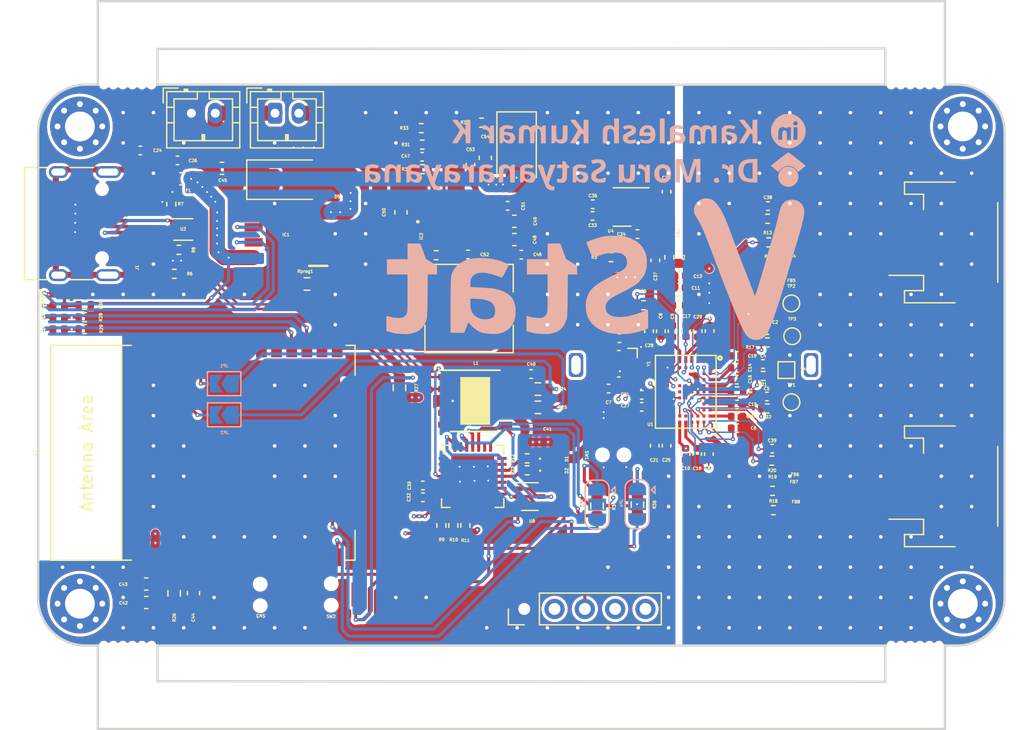
<source format=kicad_pcb>
(kicad_pcb (version 20221018) (generator pcbnew)
  (layers (0 "F.Cu" signal) (1 "In1.Cu" signal) (2 "In2.Cu" signal) (31 "B.Cu" signal) (34 "B.Paste" user) (35 "F.Paste" user) (36 "B.SilkS" user "B.Silkscreen") (37 "F.SilkS" user "F.Silkscreen") (38 "B.Mask" user) (39 "F.Mask" user) (44 "Edge.Cuts" user))
  (net 0 "")
  (net 1 "/XTALI")
  (net 2 "DGND")
  (net 3 "/VBIAS0")
  (net 4 "AGND")
  (net 5 "/VZERO0")
  (net 6 "/VBIAS1")
  (net 7 "/VZERO1")
  (net 8 "/AIN3")
  (net 9 "/XTALO")
  (net 10 "DVDD")
  (net 11 "AVDD")
  (net 12 "Net-(U1-AIN4_LPF0)")
  (net 13 "Net-(U1-AIN7_LPF1)")
  (net 14 "Net-(U1-VREF_1.82V)")
  (net 15 "Net-(U1-VREF_2.5V)")
  (net 16 "Net-(U1-ADCVBIAS_CAP)")
  (net 17 "Net-(U1-DE0)")
  (net 18 "Net-(U1-DE1)")
  (net 19 "Net-(U1-VDCDC_CAPOUT~{})")
  (net 20 "Net-(U1-RC0_0)")
  (net 21 "Net-(U1-RC0_1)")
  (net 22 "Net-(U1-RC1_0)")
  (net 23 "Net-(U1-RC1_1)")
  (net 24 "Net-(J1-SHIELD)")
  (net 25 "Net-(U1-VDCDC_CAP2N)")
  (net 26 "Net-(U1-VDCDC_CAP2P)")
  (net 27 "5VUSB")
  (net 28 "Net-(U1-VDCDC_CAP1N)")
  (net 29 "Net-(U1-VDCVC_CAP1P)")
  (net 30 "Net-(U1-DVDD_REG_AD)")
  (net 31 "Net-(U1-AVDD_REG)")
  (net 32 "3.3V")
  (net 33 "Net-(U1-DVDD_REG)")
  (net 34 "Net-(U4-VREG)")
  (net 35 "Net-(U4-BYP)")
  (net 36 "Net-(U4-REF)")
  (net 37 "/CE0")
  (net 38 "/CAP_POT0")
  (net 39 "/CE1")
  (net 40 "/CAP_POT1")
  (net 41 "Net-(U5-V3)")
  (net 42 "/EN")
  (net 43 "Net-(D1-K)")
  (net 44 "Net-(D2-K)")
  (net 45 "Net-(D3-K)")
  (net 46 "Net-(D3-A)")
  (net 47 "Net-(D4-K)")
  (net 48 "Net-(D4-A)")
  (net 49 "+BATT")
  (net 50 "Net-(FB1-Pad1)")
  (net 51 "Net-(FB2-Pad1)")
  (net 52 "Net-(J3-Pin_1)")
  (net 53 "Net-(J3-Pin_2)")
  (net 54 "/WE0")
  (net 55 "Net-(J3-Pin_3)")
  (net 56 "/RE0")
  (net 57 "Net-(J4-Pin_1)")
  (net 58 "Net-(J4-Pin_2)")
  (net 59 "/WE1")
  (net 60 "Net-(J4-Pin_3)")
  (net 61 "/RE1")
  (net 62 "Net-(J1-CC1)")
  (net 63 "Net-(J1-D+-PadA6)")
  (net 64 "Net-(J1-D--PadA7)")
  (net 66 "Net-(J1-CC2)")
  (net 68 "/UART_SIN")
  (net 69 "/UART_SOUT")
  (net 70 "/~{RESET}")
  (net 71 "/SWDIO")
  (net 72 "/SWCLK")
  (net 73 "Net-(U1-RCAL0)")
  (net 74 "Net-(U1-RCAL1)")
  (net 75 "/P1.1")
  (net 76 "Net-(U3-VBUS)")
  (net 77 "/~{RST}")
  (net 78 "Net-(U3-~{TXT}{slash}GPIO.0)")
  (net 79 "/CE0x")
  (net 80 "/WE0x")
  (net 81 "/RE0x")
  (net 82 "/VZERO0x")
  (net 83 "/VBIAS0x")
  (net 84 "/RE1x")
  (net 85 "/WE1x")
  (net 86 "/CE1x")
  (net 87 "/VBIAS1x")
  (net 88 "/VZERO1x")
  (net 89 "Net-(U3-~{RXT}{slash}GPIO.1)")
  (net 90 "/RX")
  (net 91 "Net-(U5-RXD)")
  (net 92 "/TX")
  (net 93 "Net-(U5-TXD)")
  (net 94 "/IO0")
  (net 95 "/IO12")
  (net 96 "/IO13")
  (net 97 "/TX1")
  (net 98 "Net-(U3-RXD)")
  (net 99 "Net-(U3-TXD)")
  (net 100 "/RX1")
  (net 122 "/D-")
  (net 123 "/D+")
  (net 138 "/RTS")
  (net 140 "/DTR")
  (net 162 "VDD")
  (net 163 "Net-(IC2-COMP)")
  (net 164 "Net-(IC2-EN)")
  (net 165 "Net-(IC2-SS)")
  (net 166 "Net-(IC2-BOOT)")
  (net 167 "Net-(IC2-SW_1)")
  (net 168 "+5V")
  (net 169 "VBUS")
  (net 170 "Net-(IC1-PROG)")
  (net 171 "Net-(IC1-~{STDBY})")
  (net 172 "Net-(IC1-~{CHRG})")
  (net 173 "Net-(IC2-FSW)")
  (net 175 "Net-(IC2-FB)")
  (net 176 "Net-(IC2-ILIM)")
  (net 177 "Net-(LED1-A)")
  (footprint "Diode_SMD:D_SMA" (layer "F.Cu") (at 60.1 31.79 -90)
    (fp_text reference "D6")
    (fp_text value "1N4007")
  )
  (footprint "Capacitor_SMD:C_0402_1005Metric" (layer "F.Cu") (at 78.56 50.72)
    (fp_text reference "C16")
    (fp_text value "4.7uF")
  )
  (footprint "ch340k:ESSOP-10_3.9x4.9mm_P1.00mm" (layer "F.Cu") (at 56.63 52.5)
    (fp_text reference "U5" hide)
    (fp_text value "ch340k")
  )
  (footprint "Inductor_SMD:L_0402_1005Metric" (layer "F.Cu") (at 70.05 40.45)
    (fp_text reference "FB2")
    (fp_text value "Ferrite_Bead")
  )
  (footprint "SIB_Generic:aducm355" (layer "F.Cu") (at 73.772 52.754 -90)
    (fp_text reference "U1")
    (fp_text value "aducm_355")
  )
  (footprint "Capacitor_SMD:C_0402_1005Metric" (layer "F.Cu") (at 74.3 46.64 90)
    (fp_text reference "C17")
    (fp_text value "0.47uF")
  )
  (footprint "LED_SMD:LED_0402_1005Metric" (layer "F.Cu") (at 63.15 57.34)
    (fp_text reference "D1")
    (fp_text value "TX")
  )
  (footprint "Inductor_SMD:L_0402_1005Metric" (layer "F.Cu") (at 83.48 60.04 180)
    (fp_text reference "FB7")
    (fp_text value "Ferrite_Bead")
  )
  (footprint "Capacitor_SMD:C_0402_1005Metric" (layer "F.Cu") (at 73.74 43.01)
    (fp_text reference "C11")
    (fp_text value "0.1uF")
  )
  (footprint "Capacitor_SMD:C_0402_1005Metric" (layer "F.Cu") (at 81.06 44.01 180)
    (fp_text reference "C3")
    (fp_text value "0.1uF")
  )
  (footprint "Resistor_SMD:R_0402_1005Metric" (layer "F.Cu") (at 78.58 51.71 180)
    (fp_text reference "R4")
    (fp_text value "200")
  )
  (footprint "Resistor_SMD:R_0402_1005Metric" (layer "F.Cu") (at 68.02 40.45 180)
    (fp_text reference "R3")
    (fp_text value "2.2")
  )
  (footprint "Resistor_SMD:R_0402_1005Metric" (layer "F.Cu") (at 23.9 44.44 180)
    (fp_text reference "R30")
    (fp_text value "1.3K")
  )
  (footprint "Capacitor_SMD:C_0402_1005Metric" (layer "F.Cu") (at 71.73 40.72 -90)
    (fp_text reference "C37")
    (fp_text value "10uF")
  )
  (footprint "Connector_JST:JST_PH_S3B-PH-SM4-TB_1x03-1MP_P2.00mm_Horizontal" (layer "F.Cu") (at 95.92 59.66 90)
    (fp_text reference "J4" hide)
    (fp_text value "EC_Sensor_Input_3_Pin")
  )
  (footprint "Capacitor_SMD:C_0603_1608Metric" (layer "F.Cu") (at 35.41 33.01 180)
    (fp_text reference "C45")
    (fp_text value "10uF")
  )
  (footprint "Inductor_SMD:L_0402_1005Metric" (layer "F.Cu") (at 83.44 57.5 180)
    (fp_text reference "FB6")
    (fp_text value "Ferrite_Bead")
  )
  (footprint "ESP32_TouchDown_lib:1mm hole" (layer "F.Cu") (at 93.9 73)
    (fp_text reference "REF**" hide)
    (fp_text value "." hide)
  )
  (footprint "Resistor_SMD:R_0402_1005Metric" (layer "F.Cu") (at 70.74 44.482)
    (fp_text reference "R5")
    (fp_text value "100k")
  )
  (footprint "Capacitor_SMD:C_0402_1005Metric" (layer "F.Cu") (at 71.2 46.662 90)
    (fp_text reference "C28")
    (fp_text value "0.47uF")
  )
  (footprint "ESP32_TouchDown_lib:1mm hole" (layer "F.Cu") (at 95.5 73)
    (fp_text reference "REF**" hide)
    (fp_text value "." hide)
  )
  (footprint "TPS61088QRHLRQ1:TPS61088QRHLRQ1" (layer "F.Cu") (at 54.77 36.73 90)
    (fp_text reference "IC2")
    (fp_text value "TPS61088QRHLRQ1" hide)
  )
  (footprint "ESP32_TouchDown_lib:1mm hole" (layer "F.Cu") (at 27.1 26)
    (fp_text reference "REF**" hide)
    (fp_text value "." hide)
  )
  (footprint "Crystal:Crystal_SMD_Abracon_ABM10-4Pin_2.5x2.0mm" (layer "F.Cu") (at 68.67 49.388 -90)
    (fp_text reference "Y1")
    (fp_text value "32MHz")
  )
  (footprint "Connector_JST:JST_PH_S3B-PH-SM4-TB_1x03-1MP_P2.00mm_Horizontal" (layer "F.Cu") (at 95.92 39.22 90)
    (fp_text reference "J3" hide)
    (fp_text value "EC_Sensor_Input_3_Pin")
  )
  (footprint "Capacitor_SMD:C_0402_1005Metric" (layer "F.Cu") (at 73.76 42)
    (fp_text reference "C13")
    (fp_text value "10uF")
  )
  (footprint "Capacitor_SMD:C_0402_1005Metric" (layer "F.Cu") (at 72.19 46.662 90)
    (fp_text reference "C8")
    (fp_text value "0.1uF")
  )
  (footprint "3x4x2:Tactile 3x4x2mm TS-A010" (layer "F.Cu") (at 38.61 68.77)
    (fp_text reference "SW3")
    (fp_text value "TS-1088R-02526 ")
  )
  (footprint "MountingHole:MountingHole_2.5mm_Pad_Via" (layer "F.Cu") (at 23.5 29.5)
    (fp_text reference "H1" hide)
    (fp_text value "MountingHole")
  )
  (footprint "ESP32_TouchDown_lib:1mm hole" (layer "F.Cu") (at 93.9 26)
    (fp_text reference "REF**" hide)
    (fp_text value "." hide)
  )
  (footprint "Capacitor_SMD:C_0402_1005Metric" (layer "F.Cu") (at 70.23 38.52 180)
    (fp_text reference "C34")
    (fp_text value "10uF")
  )
  (footprint "Capacitor_SMD:C_0402_1005Metric" (layer "F.Cu") (at 28.55 31.51)
    (fp_text reference "C24")
    (fp_text value "4.7nF")
  )
  (footprint "Capacitor_SMD:C_0402_1005Metric" (layer "F.Cu") (at 72.67 34.97 90)
    (fp_text reference "C35")
    (fp_text value "1uF")
  )
  (footprint "Inductor_SMD:L_0402_1005Metric" (layer "F.Cu") (at 72.92 38.43 90)
    (fp_text reference "FB1")
    (fp_text value "Ferrite_Bead")
  )
  (footprint "Capacitor_SMD:C_0402_1005Metric" (layer "F.Cu") (at 78.55 49.73)
    (fp_text reference "C14")
    (fp_text value "4.7uF")
  )
  (footprint "Resistor_SMD:R_0402_1005Metric" (layer "F.Cu") (at 81.23 39.22 180)
    (fp_text reference "R14")
    (fp_text value "0")
  )
  (footprint "ESP32_TouchDown_lib:1mm hole" (layer "F.Cu") (at 93.1 73)
    (fp_text reference "REF**" hide)
    (fp_text value "." hide)
  )
  (footprint "Capacitor_SMD:C_0402_1005Metric" (layer "F.Cu") (at 67.81 51.47 180)
    (fp_text reference "C7")
    (fp_text value "7pF")
  )
  (footprint "ESP32_TouchDown_lib:1mm hole" (layer "F.Cu") (at 91.5 26)
    (fp_text reference "REF**" hide)
    (fp_text value "." hide)
  )
  (footprint "Capacitor_SMD:C_0402_1005Metric" (layer "F.Cu") (at 78.57 52.81 180)
    (fp_text reference "C15")
    (fp_text value "4.7uF")
  )
  (footprint "Resistor_SMD:R_0402_1005Metric" (layer "F.Cu") (at 81.12 47.6 180)
    (fp_text reference "R17")
    (fp_text value "0")
  )
  (footprint "Resistor_SMD:R_0402_1005Metric" (layer "F.Cu") (at 52.21 33.08)
    (fp_text reference "R32")
    (fp_text value "105k")
  )
  (footprint "Resistor_SMD:R_0402_1005Metric" (layer "F.Cu") (at 23.9 45.48 180)
    (fp_text reference "R28")
    (fp_text value "1K")
  )
  (footprint "Inductor_SMD:L_0402_1005Metric" (layer "F.Cu") (at 83.0775 37.24 180)
    (fp_text reference "FB3")
    (fp_text value "Ferrite_Bead")
  )
  (footprint "Capacitor_SMD:C_0402_1005Metric" (layer "F.Cu") (at 31.68 32.34 180)
    (fp_text reference "C26")
    (fp_text value "0.1uF")
  )
  (footprint "Espressif:ESP32-WROOM-32E" (layer "F.Cu") (at 35.56 56.85 90)
    (fp_text reference "U7")
    (fp_text value "ESP32-WROOM-E")
  )
  (footprint "Capacitor_SMD:C_0603_1608Metric" (layer "F.Cu") (at 50.41 36.69 90)
    (fp_text reference "C50")
    (fp_text value "2.2uf")
  )
  (footprint "TestPoint:TestPoint_Pad_D1.0mm" (layer "F.Cu") (at 83.2 47.08)
    (fp_text reference "TP3")
    (fp_text value "TestPoint")
  )
  (footprint "MountingHole:MountingHole_2.5mm_Pad_Via" (layer "F.Cu") (at 23.5 69.5)
    (fp_text reference "H3" hide)
    (fp_text value "MountingHole")
  )
  (footprint "LED_SMD:LED_0402_1005Metric" (layer "F.Cu") (at 21.72 46.49 180)
    (fp_text reference "D4")
    (fp_text value "TX")
  )
  (footprint "Capacitor_SMD:C_0603_1608Metric" (layer "F.Cu") (at 29.05 67.85 180)
    (fp_text reference "C43")
    (fp_text value "1uf")
  )
  (footprint "Resistor_SMD:R_0402_1005Metric" (layer "F.Cu") (at 72.91 40.46 -90)
    (fp_text reference "R2")
    (fp_text value "2.2")
  )
  (footprint "Capacitor_SMD:C_0402_1005Metric" (layer "F.Cu") (at 80.75 49.41 180)
    (fp_text reference "C4")
    (fp_text value "0.1uF")
  )
  (footprint "TestPoint:TestPoint_Pad_1.0x1.0mm" (layer "F.Cu") (at 82.715 49.92)
    (fp_text reference "TP4")
    (fp_text value "TestPoint")
  )
  (footprint "ESP32_TouchDown_lib:1mm hole" (layer "F.Cu") (at 27.9 26)
    (fp_text reference "REF**" hide)
    (fp_text value "." hide)
  )
  (footprint "Capacitor_SMD:C_0402_1005Metric" (layer "F.Cu") (at 73.17 46.662 90)
    (fp_text reference "C9")
    (fp_text value "0.1uF")
  )
  (footprint "Diode_SMD:D_SMA" (layer "F.Cu") (at 40.9925 33.96)
    (fp_text reference "D5")
    (fp_text value "1N4007")
  )
  (footprint "LED_SMD:LED_0402_1005Metric" (layer "F.Cu") (at 21.72 44.52)
    (fp_text reference "LED2")
    (fp_text value "CHG")
  )
  (footprint "Capacitor_SMD:C_0402_1005Metric" (layer "F.Cu") (at 60.49 40.25)
    (fp_text reference "C46")
    (fp_text value "0.1uf")
  )
  (footprint "Capacitor_SMD:C_0402_1005Metric" (layer "F.Cu") (at 52.25 59.59 180)
    (fp_text reference "C30")
    (fp_text value "10uF")
  )
  (footprint "Capacitor_SMD:C_0603_1608Metric" (layer "F.Cu") (at 59.915 38.98)
    (fp_text reference "C48")
    (fp_text value "10uf")
  )
  (footprint "Capacitor_SMD:C_0402_1005Metric" (layer "F.Cu") (at 81.52 56.5 180)
    (fp_text reference "C39")
    (fp_text value "0.1uF")
  )
  (footprint "Package_DFN_QFN:QFN-28-1EP_5x5mm_P0.5mm_EP3.35x3.35mm" (layer "F.Cu") (at 56.42 58.82)
    (fp_text reference "U3")
    (fp_text value "CP2102N-A01-GQFN28")
  )
  (footprint "Fuse:Fuse_0603_1608Metric" (layer "F.Cu") (at 32.03 33.89 180)
    (fp_text reference "F1")
    (fp_text value "0.5A")
  )
  (footprint "Capacitor_SMD:C_0402_1005Metric" (layer "F.Cu") (at 52.18 32.04 180)
    (fp_text reference "C47")
    (fp_text value "470pf")
  )
  (footprint "Resistor_SMD:R_0402_1005Metric" (layer "F.Cu") (at 60.9825 58.32)
    (fp_text reference "R23")
    (fp_text value "1K")
  )
  (footprint "Inductor_SMD:L_0402_1005Metric" (layer "F.Cu") (at 83.155 39.2 180)
    (fp_text reference "FB4")
    (fp_text value "Ferrite_Bead")
  )
  (footprint "ESP32_TouchDown_lib:1mm hole" (layer "F.Cu") (at 25.5 73)
    (fp_text reference "REF**" hide)
    (fp_text value "." hide)
  )
  (footprint "Resistor_SMD:R_0402_1005Metric" (layer "F.Cu") (at 81.11 53.14 180)
    (fp_text reference "R22")
    (fp_text value "0")
  )
  (footprint "Resistor_SMD:R_0402_1005Metric" (layer "F.Cu") (at 52.19 31.02)
    (fp_text reference "R31")
    (fp_text value "23.7k")
  )
  (footprint "Capacitor_SMD:C_0402_1005Metric" (layer "F.Cu") (at 61.29 54.86 180)
    (fp_text reference "C41")
    (fp_text value "0.1UF")
  )
  (footprint "TestPoint:TestPoint_Pad_D1.0mm" (layer "F.Cu") (at 83.14 52.61)
    (fp_text reference "TP1")
    (fp_text value "TestPoint")
  )
  (footprint "Capacitor_SMD:C_0402_1005Metric" (layer "F.Cu") (at 66.47 37 180)
    (fp_text reference "C33")
    (fp_text value "10uF")
  )
  (footprint "Capacitor_SMD:C_0402_1005Metric" (layer "F.Cu") (at 66.48 36.02 180)
    (fp_text reference "C36")
    (fp_text value "1uF")
  )
  (footprint "3x4x2:Tactile 3x4x2mm TS-A010" (layer "F.Cu") (at 44.56 68.73 180)
    (fp_text reference "SW2")
    (fp_text value "TS-1088R-02526 ")
  )
  (footprint "EMI_RF_Shield:EMI Shield" (layer "F.Cu") (at 74.93 49.5)
    (fp_text reference "U8" hide)
    (fp_text value "~")
  )
  (footprint "Resistor_SMD:R_0402_1005Metric" (layer "F.Cu") (at 23.8975 46.48 180)
    (fp_text reference "R29")
    (fp_text value "1K")
  )
  (footprint "Resistor_SMD:R_0402_1005Metric" (layer "F.Cu") (at 81.55 60.04)
    (fp_text reference "R19")
    (fp_text value "0")
  )
  (footprint "Resistor_SMD:R_0402_1005Metric" (layer "F.Cu") (at 31.16 36.01 90)
    (fp_text reference "R7")
    (fp_text value "5K1")
  )
  (footprint "Resistor_SMD:R_0402_1005Metric" (layer "F.Cu") (at 55.81 62.94 90)
    (fp_text reference "R11")
    (fp_text value "1K")
  )
  (footprint "Resistor_SMD:R_0402_1005Metric" (layer "F.Cu") (at 53.36 40.29 180)
    (fp_text reference "R34")
    (fp_text value "267k")
  )
  (footprint "ESP32_TouchDown_lib:1mm hole" (layer "F.Cu") (at 28.7 73)
    (fp_text reference "REF**" hide)
    (fp_text value "." hide)
  )
  (footprint "Capacitor_SMD:C_0402_1005Metric" (layer "F.Cu") (at 78.55 48.73 180)
    (fp_text reference "C19")
    (fp_text value "0.1uF")
  )
  (footprint "Resistor_SMD:R_0402_1005Metric" (layer "F.Cu") (at 60.9825 57.32)
    (fp_text reference "R12")
    (fp_text value "1K")
  )
  (footprint "Capacitor_SMD:C_0402_1005Metric" (layer "F.Cu") (at 52.25 60.58 180)
    (fp_text reference "C32")
    (fp_text value "0.1uF")
  )
  (footprint "Capacitor_SMD:C_0402_1005Metric" (layer "F.Cu") (at 59.35 36.15)
    (fp_text reference "C51")
    (fp_text value "8.2nf")
  )
  (footprint "MountingHole:MountingHole_2.5mm_Pad_Via" (layer "F.Cu") (at 97.5 69.5)
    (fp_text reference "H4" hide)
    (fp_text value "MountingHole")
  )
  (footprint "Capacitor_SMD:C_0402_1005Metric" (layer "F.Cu") (at 75.24 56.96 -90)
    (fp_text reference "C18")
    (fp_text value "0.47uF")
  )
  (footprint "Resistor_SMD:R_0402_1005Metric" (layer "F.Cu") (at 81.1375 37.24 180)
    (fp_text reference "R13")
    (fp_text value "0")
  )
  (footprint "Resistor_SMD:R_0402_1005Metric" (layer "F.Cu") (at 31.41 41.85)
    (fp_text reference "R6")
    (fp_text value "1M")
  )
  (footprint "Resistor_SMD:R_0603_1608Metric" (layer "F.Cu") (at 31.4 68.63 -90)
    (fp_text reference "R26")
    (fp_text value "10k")
  )
  (footprint "ESP32_TouchDown_lib:1mm hole" (layer "F.Cu") (at 25.5 26)
    (fp_text reference "REF**" hide)
    (fp_text value "." hide)
  )
  (footprint "Resistor_SMD:R_0402_1005Metric" (layer "F.Cu") (at 52.11 29.64 180)
    (fp_text reference "R33")
    (fp_text value "69.8k")
  )
  (footprint "Inductor_SMD:L_0402_1005Metric" (layer "F.Cu") (at 83.13 41.24 180)
    (fp_text reference "FB5")
    (fp_text value "Ferrite_Bead")
  )
  (footprint "3x4x2:Tactile 3x4x2mm TS-A010" (layer "F.Cu") (at 68.2 57.028 -90)
    (fp_text reference "SW1")
    (fp_text value "SW_Push")
  )
  (footprint "MountingHole:MountingHole_2.5mm_Pad_Via" (layer "F.Cu") (at 97.5 29.5)
    (fp_text reference "H2" hide)
    (fp_text value "MountingHole")
  )
  (footprint "Capacitor_SMD:C_0402_1005Metric" (layer "F.Cu") (at 76.22 56.96 -90)
    (fp_text reference "C23")
    (fp_text value "4.7uF")
  )
  (footprint "Capacitor_SMD:C_0402_1005Metric" (layer "F.Cu") (at 81.11 46.57 180)
    (fp_text reference "C2")
    (fp_text value "0.1uF")
  )
  (footprint "Capacitor_SMD:C_0402_1005Metric" (layer "F.Cu") (at 70.59 51.998 180)
    (fp_text reference "C31")
    (fp_text value "0.47uF")
  )
  (footprint "ESP32_TouchDown_lib:1mm hole" (layer "F.Cu") (at 91.5 73)
    (fp_text reference "REF**" hide)
    (fp_text value "." hide)
  )
  (footprint "Package_TO_SOT_SMD:SOT-363_SC-70-6" (layer "F.Cu") (at 61.21 60.52)
    (fp_text reference "U6")
    (fp_text value "2N27002DW")
  )
  (footprint "ESP32_TouchDown_lib:1mm hole" (layer "F.Cu") (at 26.3 73)
    (fp_text reference "REF**" hide)
    (fp_text value "." hide)
  )
  (footprint "ESP32_TouchDown_lib:1mm hole" (layer "F.Cu") (at 29.5 26)
    (fp_text reference "REF**" hide)
    (fp_text value "." hide)
  )
  (footprint "Capacitor_SMD:C_0402_1005Metric" (layer "F.Cu") (at 81.08 52.13 180)
    (fp_text reference "C5")
    (fp_text value "0.1uF")
  )
  (footprint "ESP32_TouchDown_lib:1mm hole" (layer "F.Cu") (at 29.5 73)
    (fp_text reference "REF**" hide)
    (fp_text value "." hide)
  )
  (footprint "Capacitor_SMD:C_0402_1005Metric" (layer "F.Cu") (at 56.23 32.69 -90)
    (fp_text reference "C53")
    (fp_text value "0.1uf")
  )
  (footprint "Capacitor_SMD:C_0402_1005Metric" (layer "F.Cu") (at 75.28 46.65 90)
    (fp_text reference "C29")
    (fp_text value "0.47uF")
  )
  (footprint "Inductor_SMD:L_0402_1005Metric" (layer "F.Cu") (at 83.55 61.66 180)
    (fp_text reference "FB8")
    (fp_text value "Ferrite_Bead")
  )
  (footprint "Resistor_SMD:R_0603_1608Metric" (layer "F.Cu") (at 42.53 42.7 180)
    (fp_text reference "Rprog1")
    (fp_text value "1.2K")
  )
  (footprint "Resistor_SMD:R_0402_1005Metric" (layer "F.Cu") (at 81.09 45.01 180)
    (fp_text reference "R16")
    (fp_text value "0")
  )
  (footprint "ESP32_TouchDown_lib:1mm hole" (layer "F.Cu") (at 26.3 26)
    (fp_text reference "REF**" hide)
    (fp_text value "." hide)
  )
  (footprint "ESP32_TouchDown_lib:1mm hole" (layer "F.Cu") (at 28.7 26)
    (fp_text reference "REF**" hide)
    (fp_text value "." hide)
  )
  (footprint "Resistor_SMD:R_0603_1608Metric" (layer "F.Cu") (at 70.23 61.2 -90)
    (fp_text reference "R36")
    (fp_text value "1K")
  )
  (footprint "Resistor_SMD:R_0402_1005Metric" (layer "F.Cu") (at 31.79 39.84)
    (fp_text reference "R8")
    (fp_text value "5K1")
  )
  (footprint "LED_SMD:LED_0402_1005Metric" (layer "F.Cu") (at 21.72 43.52)
    (fp_text reference "LED1")
    (fp_text value "CHG")
  )
  (footprint "Resistor_SMD:R_0402_1005Metric" (layer "F.Cu") (at 81.19 41.24 180)
    (fp_text reference "R15")
    (fp_text value "0")
  )
  (footprint "ESP32_TouchDown_lib:1mm hole" (layer "F.Cu") (at 27.1 73)
    (fp_text reference "REF**" hide)
    (fp_text value "." hide)
  )
  (footprint "SIB_Generic:LFCSP_8Lead_CP_8_21" (layer "F.Cu") (at 69.69 36.25 180)
    (fp_text reference "U4")
    (fp_text value "ADM7154")
  )
  (footprint "Capacitor_SMD:C_0402_1005Metric" (layer "F.Cu") (at 72.67 56.258 -90)
    (fp_text reference "C25")
    (fp_text value "0.1uF")
  )
  (footprint "Resistor_SMD:R_0402_1005Metric" (layer "F.Cu") (at 80.77 50.41 180)
    (fp_text reference "R21")
    (fp_text value "0")
  )
  (footprint "Capacitor_SMD:C_0402_1005Metric" (layer "F.Cu") (at 81.1675 36.17 180)
    (fp_text reference "C38")
    (fp_text value "0.1uF")
  )
  (footprint "LED_SMD:LED_0402_1005Metric" (layer "F.Cu") (at 21.72 45.51 180)
    (fp_text reference "D3")
    (fp_text value "TX")
  )
  (footprint "Connector_PinHeader_2.54mm:PinHeader_1x05_P2.54mm_Vertical" (layer "F.Cu") (at 60.74 69.94 90)
    (fp_text reference "J7" hide)
    (fp_text value "JTAG")
  )
  (footprint "Capacitor_SMD:C_0402_1005Metric" (layer "F.Cu") (at 56.03 40.23 180)
    (fp_text reference "C52")
    (fp_text value "0.1uf")
  )
  (footprint "Capacitor_SMD:C_0402_1005Metric" (layer "F.Cu") (at 68.725 47.243 180)
    (fp_text reference "C1")
    (fp_text value "7pF")
  )
  (footprint "TestPoint:TestPoint_Pad_D1.0mm" (layer "F.Cu") (at 83.13 44.33)
    (fp_text reference "TP2")
    (fp_text value "TestPoint")
  )
  (footprint "ESP32_TouchDown_lib:1mm hole" (layer "F.Cu") (at 27.9 73)
    (fp_text reference "REF**" hide)
    (fp_text value "." hide)
  )
  (footprint "Connector_JST:JST_PH_B2B-PH-K_1x02_P2.00mm_Vertical" (layer "F.Cu") (at 39.85 28.39)
    (fp_text reference "J5" hide)
    (fp_text value " B2B-PH-SM4-TB(LF)(SN) ")
  )
  (footprint "Connector_USB:USB_C_Receptacle_HRO_TYPE-C-31-M-12" (layer "F.Cu") (at 22.75 37.64 -90)
    (fp_text reference "J1")
    (fp_text value "USB_C_Receptacle_USB2.0")
  )
  (footprint "Capacitor_SMD:C_0603_1608Metric" (layer "F.Cu") (at 57.48 32.13 -90)
    (fp_text reference "C54")
    (fp_text value "100uf")
  )
  (footprint "Package_TO_SOT_SMD:SOT-666" (layer "F.Cu") (at 32.16 38.1325)
    (fp_text reference "U2")
    (fp_text value "USBLC6-2P6")
  )
  (footprint "ESP32_TouchDown_lib:1mm hole" (layer "F.Cu") (at 92.3 26)
    (fp_text reference "REF**" hide)
    (fp_text value "." hide)
  )
  (footprint "ESP32_TouchDown_lib:1mm hole" (layer "F.Cu") (at 94.7 26)
    (fp_text reference "REF**" hide)
    (fp_text value "." hide)
  )
  (footprint "Resistor_SMD:R_0402_1005Metric" (layer "F.Cu") (at 73.71 44.49)
    (fp_text reference "R1")
    (fp_text value "0")
  )
  (footprint "Resistor_SMD:R_0402_1005Metric" (layer "F.Cu") (at 53.8 62.94 90)
    (fp_text reference "R9")
    (fp_text value "22.1K")
  )
  (footprint "Capacitor_SMD:C_0402_1005Metric" (layer "F.Cu") (at 78.57 53.8 180)
    (fp_text reference "C20")
    (fp_text value "0.1uF")
  )
  (footprint "ESP32_TouchDown_lib:1mm hole" (layer "F.Cu") (at 93.1 26)
    (fp_text reference "REF**" hide)
    (fp_text value "." hide)
  )
  (footprint "Capacitor_SMD:C_0402_1005Metric" (layer "F.Cu") (at 61.32 50.25 180)
    (fp_text reference "C40")
    (fp_text value "0.1uf")
  )
  (footprint "Resistor_SMD:R_0603_1608Metric" (layer "F.Cu") (at 61.89 53.04 180)
    (fp_text reference "R25")
    (fp_text value "1K")
  )
  (footprint "Capacitor_SMD:C_0603_1608Metric" (layer "F.Cu") (at 33.02 68.62 -90)
    (fp_text reference "C44")
    (fp_text value "0.1uf")
  )
  (footprint "Capacitor_SMD:C_0402_1005Metric" (layer "F.Cu") (at 74.26 56.96 -90)
    (fp_text reference "C10")
    (fp_text value "0.1uF")
  )
  (footprint "ESP32_TouchDown_lib:1mm hole" (layer "F.Cu") (at 94.7 73)
    (fp_text reference "REF**" hide)
    (fp_text value "." hide)
  )
  (footprint "Resistor_SMD:R_0402_1005Metric" (layer "F.Cu") (at 81.62 61.66)
    (fp_text reference "R18")
    (fp_text value "0")
  )
  (footprint "Capacitor_SMD:C_0402_1005Metric" (layer "F.Cu") (at 78.57 54.782)
    (fp_text reference "C6")
    (fp_text value "220pF")
  )
  (footprint "ESP32_TouchDown_lib:1mm hole" (layer "F.Cu") (at 92.3 73)
    (fp_text reference "REF**" hide)
    (fp_text value "." hide)
  )
  (footprint "LED_SMD:LED_0402_1005Metric" (layer "F.Cu") (at 63.16 58.35)
    (fp_text reference "D2")
    (fp_text value "RX")
  )
  (footprint "Resistor_SMD:R_0402_1005Metric" (layer "F.Cu") (at 81.5 57.51 180)
    (fp_text reference "R20")
    (fp_text value "0")
  )
  (footprint "ESP32_TouchDown_lib:1mm hole" (layer "F.Cu") (at 95.5 26)
    (fp_text reference "REF**" hide)
    (fp_text value "." hide)
  )
  (footprint "Resistor_SMD:R_0603_1608Metric" (layer "F.Cu") (at 50.28 51.41 -90)
    (fp_text reference "R27")
    (fp_text value "10k")
  )
  (footprint "Capacitor_SMD:C_0402_1005Metric" (layer "F.Cu") (at 71.68 56.258 -90)
    (fp_text reference "C21")
    (fp_text value "0.47uF")
  )
  (footprint "tp4056:SOIC127P600X175-9N" (layer "F.Cu") (at 40.77 38.58 180)
    (fp_text reference "IC1")
    (fp_text value "TP4056" hide)
  )
  (footprint "Capacitor_SMD:C_0603_1608Metric" (layer "F.Cu") (at 29.06 69.4 180)
    (fp_text reference "C42")
    (fp_text value "10uf")
  )
  (footprint "Capacitor_SMD:C_0603_1608Metric" (layer "F.Cu") (at 59.915 37.45)
    (fp_text reference "C49")
    (fp_text value "10uf")
  )
  (footprint "Resistor_SMD:R_0603_1608Metric" (layer "F.Cu") (at 61.89 51.51 180)
    (fp_text reference "R24")
    (fp_text value "1K")
  )
  (footprint "Resistor_SMD:R_0402_1005Metric" (layer "F.Cu") (at 57.16 29.18 180)
    (fp_text reference "R35")
    (fp_text value "220k")
  )
  (footprint "Capacitor_SMD:C_0402_1005Metric" (layer "F.Cu") (at 67.94 39.41)
    (fp_text reference "C12")
    (fp_text value "0.1uF")
  )
  (footprint "Connector_JST:JST_PH_B2B-PH-K_1x02_P2.00mm_Vertical" (layer "F.Cu") (at 32.84 28.39)
    (fp_text reference "J2" hide)
    (fp_text value " B2B-PH-SM4-TB(LF)(SN) ")
  )
  (footprint "Capacitor_SMD:C_0402_1005Metric" (layer "F.Cu") (at 70.59 52.998 180)
    (fp_text reference "C27")
    (fp_text value "0.1uF")
  )
  (footprint "Capacitor_SMD:C_0402_1005Metric" (layer "F.Cu") (at 76.28 46.64 90)
    (fp_text reference "C22")
    (fp_text value "0.1uF")
  )
  (footprint "Resistor_SMD:R_0402_1005Metric" (layer "F.Cu") (at 54.8 62.94 -90)
    (fp_text reference "R10")
    (fp_text value "47.5K")
  )
  (footprint "Inductor_SMD:L_7.3x7.3_H4.5" (layer "F.Cu") (at 56.12 44.76 180)
    (fp_text reference "L1")
    (fp_text value "2.2uH")
  )
  (footprint "Resistor_SMD:R_0603_1608Metric" (layer "F.Cu") (at 66.84 61.3 -90)
    (fp_text reference "R37")
    (fp_text value "1K")
  )
  (footprint "Jumper:SolderJumper-3_P1.3mm_Open_RoundedPad1.0x1.5mm" (layer "B.Cu") (at 66.85 61.19 -90)
    (fp_text reference "JP3")
    (fp_text value "Jumper_3_Open")
  )
  (footprint "LOGO" (layer "B.Cu") (at 65.83 31.64 180)
    (fp_text reference "G***")
    (fp_text value "LOGO" hide)
  )
  (footprint "Jumper:SolderJumper-2_P1.3mm_Open_TrianglePad1.0x1.5mm" (layer "B.Cu") (at 35.59 51.06 180)
    (fp_text reference "JP1")
    (fp_text value "Jumper_2_Open")
  )
  (footprint "Jumper:SolderJumper-2_P1.3mm_Open_TrianglePad1.0x1.5mm" (layer "B.Cu") (at 35.595 53.67 180)
    (fp_text reference "JP2")
    (fp_text value "Jumper_2_Open")
  )
  (footprint "LOGO" (layer "B.Cu") (at 66.61 42.47 180)
    (fp_text reference "G***" hide)
    (fp_text value "LOGO" hide)
  )
  (footprint "Jumper:SolderJumper-3_P1.3mm_Open_RoundedPad1.0x1.5mm" (layer "B.Cu") (at 70.2 61.16 -90)
    (fp_text reference "JP4")
    (fp_text value "Jumper_3_Open")
  )
  (gr_circle (center 77.15 48.91) (end 77.19 48.95) (stroke (width 0.12)) (fill none) (layer "F.SilkS"))
  (gr_circle (center 77.15 48.91) (end 77.31 48.98) (stroke (width 0.12)) (fill none) (layer "F.SilkS"))
  (gr_line (start 101 30) (end 101 69) (stroke (width 0.2)) (layer "Edge.Cuts"))
  (gr_line (start 30 76) (end 91 76.04) (stroke (width 0.2)) (layer "Edge.Cuts"))
  (gr_line (start 30 23) (end 91 22.96) (stroke (width 0.2)) (layer "Edge.Cuts"))
  (gr_line (start 96 19) (end 96 26) (stroke (width 0.2)) (layer "Edge.Cuts"))
  (gr_line (start 96 19) (end 25 19) (stroke (width 0.2)) (layer "Edge.Cuts"))
  (gr_line (start 20 69) (end 20 30) (stroke (width 0.2)) (layer "Edge.Cuts"))
  (gr_line (start 25 19) (end 25 26) (stroke (width 0.2)) (layer "Edge.Cuts"))
  (gr_arc (start 97 26) (mid 99.828427 27.171573) (end 101 30) (stroke (width 0.2)) (layer "Edge.Cuts"))
  (gr_line (start 97 26) (end 96 26) (stroke (width 0.2)) (layer "Edge.Cuts"))
  (gr_line (start 96 73) (end 97 73) (stroke (width 0.2)) (layer "Edge.Cuts"))
  (gr_line (start 30 73) (end 91 73) (stroke (width 0.2)) (layer "Edge.Cuts"))
  (gr_line (start 30 26) (end 91 26) (stroke (width 0.2)) (layer "Edge.Cuts"))
  (gr_line (start 91 22.96) (end 91 26) (stroke (width 0.2)) (layer "Edge.Cuts"))
  (gr_line (start 24 73) (end 25 73) (stroke (width 0.2)) (layer "Edge.Cuts"))
  (gr_line (start 30 26) (end 30 23) (stroke (width 0.2)) (layer "Edge.Cuts"))
  (gr_line (start 30 73) (end 30 76) (stroke (width 0.2)) (layer "Edge.Cuts"))
  (gr_line (start 91 76.04) (end 91 73) (stroke (width 0.2)) (layer "Edge.Cuts"))
  (gr_arc (start 24 73) (mid 21.171573 71.828427) (end 20 69) (stroke (width 0.2)) (layer "Edge.Cuts"))
  (gr_line (start 96 80) (end 96 73) (stroke (width 0.2)) (layer "Edge.Cuts"))
  (gr_arc (start 101 69) (mid 99.828427 71.828427) (end 97 73) (stroke (width 0.2)) (layer "Edge.Cuts"))
  (gr_line (start 24 26) (end 25 26) (stroke (width 0.2)) (layer "Edge.Cuts"))
  (gr_arc (start 20 30) (mid 21.171573 27.171573) (end 24 26) (stroke (width 0.2)) (layer "Edge.Cuts"))
  (gr_line (start 25 80) (end 25 73) (stroke (width 0.2)) (layer "Edge.Cuts"))
  (gr_line (start 96 80) (end 25 80) (stroke (width 0.2)) (layer "Edge.Cuts"))
  (segment (start 69.205 48.473) (end 69.495 48.763) (width 0.254) (layer "F.Cu") (net 1))
  (segment (start 72.756 49.026) (end 72.493 48.763) (width 0.254) (layer "F.Cu") (net 1))
  (segment (start 72.493 48.763) (end 69.495 48.763) (width 0.254) (layer "F.Cu") (net 1))
  (segment (start 69.205 47.243) (end 69.205 48.473) (width 0.254) (layer "F.Cu") (net 1))
  (segment (start 72.756 49.198) (end 72.756 49.026) (width 0.254) (layer "F.Cu") (net 1))
  (segment (start 31.8525 38.1325) (end 32.3 38.58) (width 0.127) (layer "F.Cu") (net 2))
  (segment (start 72.756 49.706) (end 72.786 49.706) (width 0.127) (layer "F.Cu") (net 2))
  (segment (start 73.231045 50.11) (end 73.32 50.11) (width 0.127) (layer "F.Cu") (net 2))
  (segment (start 73.32 50.11) (end 73.47 50.11) (width 0.127) (layer "F.Cu") (net 2))
  (segment (start 73.374 52.246) (end 73.772 52.246) (width 0.127) (layer "F.Cu") (net 2))
  (segment (start 32.3 38.58) (end 32.3 39.84) (width 0.127) (layer "F.Cu") (net 2))
  (segment (start 73.772 49.808) (end 73.772 49.706) (width 0.127) (layer "F.Cu") (net 2))
  (segment (start 31.235 38.1325) (end 31.8525 38.1325) (width 0.127) (layer "F.Cu") (net 2))
  (segment (start 73.47 50.11) (end 73.772 49.808) (width 0.127) (layer "F.Cu") (net 2))
  (segment (start 72.786 49.706) (end 73.19 50.11) (width 0.127) (layer "F.Cu") (net 2))
  (segment (start 73.19 50.11) (end 73.32 50.11) (width 0.127) (layer "F.Cu") (net 2))
  (segment (start 73.27 52.35) (end 73.374 52.246) (width 0.127) (layer "F.Cu") (net 2))
  (via (at 62.6825 46.116875) (size 0.5) (drill 0.3) (layers "F.Cu" "B.Cu") (net 2))
  (via (at 72.8425 33.416875) (size 0.5) (drill 0.3) (layers "F.Cu" "B.Cu") (net 2))
  (via (at 39.8225 35.956875) (size 0.5) (drill 0.3) (layers "F.Cu" "B.Cu") (net 2))
  (via (at 73.27 52.35) (size 0.3556) (drill 0.1524) (layers "F.Cu" "B.Cu") (net 2))
  (via (at 24.5825 43.576875) (size 0.5) (drill 0.3) (layers "F.Cu" "B.Cu") (net 2))
  (via (at 29.6625 53.736875) (size 0.5) (drill 0.3) (layers "F.Cu" "B.Cu") (net 2))
  (via (at 41.41 31.26) (size 0.3556) (drill 0.1524) (layers "F.Cu" "B.Cu") (net 2))
  (via (at 60.1425 71.516875) (size 0.5) (drill 0.3) (layers "F.Cu" "B.Cu") (net 2))
  (via (at 67.4 53.93) (size 0.3556) (drill 0.1524) (layers "F.Cu" "B.Cu") (net 2))
  (via (at 34.7425 68.976875) (size 0.5) (drill 0.3) (layers "F.Cu" "B.Cu") (net 2))
  (via (at 47.4425 35.956875) (size 0.5) (drill 0.3) (layers "F.Cu" "B.Cu") (net 2))
  (via (at 31.98 40.75) (size 0.3556) (drill 0.1524) (layers "F.Cu" "B.Cu") (net 2))
  (via (at 37.2825 63.896875) (size 0.5) (drill 0.3) (layers "F.Cu" "B.Cu") (net 2))
  (via (at 44.9025 53.736875) (size 0.5) (drill 0.3) (layers "F.Cu" "B.Cu") (net 2))
  (via (at 23.12 36.8) (size 0.3556) (drill 0.1524) (layers "F.Cu" "B.Cu") (net 2))
  (via (at 39.8225 58.816875) (size 0.5) (drill 0.3) (layers "F.Cu" "B.Cu") (net 2))
  (via (at 67.4 58.08) (size 0.3556) (drill 0.1524) (layers "F.Cu" "B.Cu") (net 2))
  (via (at 62.6825 28.336875) (size 0.5) (drill 0.3) (layers "F.Cu" "B.Cu") (net 2))
  (via (at 31.25 34.99) (size 0.3556) (drill 0.1524) (layers "F.Cu" "B.Cu") (net 2))
  (via (at 32.2025 58.816875) (size 0.5) (drill 0.3) (layers "F.Cu" "B.Cu") (net 2))
  (via (at 67.7625 46.116875) (size 0.5) (drill 0.3) (layers "F.Cu" "B.Cu") (net 2))
  (via (at 29.6625 51.196875) (size 0.5) (drill 0.3) (layers "F.Cu" "B.Cu") (net 2))
  (via (at 44.9025 38.496875) (size 0.5) (drill 0.3) (layers "F.Cu" "B.Cu") (net 2))
  (via (at 23.1 38.36) (size 0.3556) (drill 0.1524) (layers "F.Cu" "B.Cu") (net 2))
  (via (at 67.7625 71.516875) (size 0.5) (drill 0.3) (layers "F.Cu" "B.Cu") (net 2))
  (via (at 23.1 37.58) (size 0.3556) (drill 0.1524) (layers "F.Cu" "B.Cu") (net 2))
  (via (at 29.6625 43.576875) (size 0.5) (drill 0.3) (layers "F.Cu" "B.Cu") (net 2))
  (via (at 42.3625 58.816875) (size 0.5) (drill 0.3) (layers "F.Cu" "B.Cu") (net 2))
  (via (at 70.53 47.98) (size 0.3556) (drill 0.1524) (layers "F.Cu" "B.Cu") (net 2))
  (via (at 52.5225 68.976875) (size 0.5) (drill 0.3) (layers "F.Cu" "B.Cu") (net 2))
  (via (at 37.2825 43.576875) (size 0.5) (drill 0.3) (layers "F.Cu" "B.Cu") (net 2))
  (via (at 70.3025 30.876875) (size 0.5) (drill 0.3) (layers "F.Cu" "B.Cu") (net 2))
  (via (at 65.2225 33.416875) (size 0.5) (drill 0.3) (layers "F.Cu" "B.Cu") (net 2))
  (via (at 42.22 31.26) (size 0.3556) (drill 0.1524) (layers "F.Cu" "B.Cu") (net 2))
  (via (at 30.41 35.82) (size 0.3556) (drill 0.1524) (layers "F.Cu" "B.Cu") (net 2))
  (via (at 67.7625 66.436875) (size 0.5) (drill 0.3) (layers "F.Cu" "B.Cu") (net 2))
  (via (at 42.3625 71.516875) (size 0.5) (drill 0.3) (layers "F.Cu" "B.Cu") (net 2))
  (via (at 62.6825 43.576875) (size 0.5) (drill 0.3) (layers "F.Cu" "B.Cu") (net 2))
  (via (at 57.72 59.18) (size 0.3556) (drill 0.1524) (layers "F.Cu" "B.Cu") (net 2))
  (via (at 23.12 36.05) (size 0.3556) (drill 0.1524) (layers "F.Cu" "B.Cu") (net 2))
  (via (at 72.8425 61.356875) (size 0.5) (drill 0.3) (layers "F.Cu" "B.Cu") (net 2))
  (via (at 37.2825 71.516875) (size 0.5) (drill 0.3) (layers "F.Cu" "B.Cu") (net 2))
  (via (at 72.8425 68.976875) (size 0.5) (drill 0.3) (layers "F.Cu" "B.Cu") (net 2))
  (via (at 47.4425 38.496875) (size 0.5) (drill 0.3) (layers "F.Cu" "B.Cu") (net 2))
  (via (at 62.6825 38.496875) (size 0.5) (drill 0.3) (layers "F.Cu" "B.Cu") (net 2))
  (via (at 49.9825 68.976875) (size 0.5) (drill 0.3) (layers "F.Cu" "B.Cu") (net 2))
  (via (at 32.2025 30.876875) (size 0.5) (drill 0.3) (layers "F.Cu" "B.Cu") (net 2))
  (via (at 32.2025 63.896875) (size 0.5) (drill 0.3) (layers "F.Cu" "B.Cu") (net 2))
  (via (at 29.6625 28.336875) (size 0.5) (drill 0.3) (layers "F.Cu" "B.Cu") (net 2))
  (via (at 55.0625 28.336875) (size 0.5) (drill 0.3) (layers "F.Cu" "B.Cu") (net 2))
  (via (at 55.33 58.02) (size 0.3556) (drill 0.1524) (layers "F.Cu" "B.Cu") (net 2))
  (via (at 29.6625 56.276875) (size 0.5) (drill 0.3) (layers "F.Cu" "B.Cu") (net 2))
  (via (at 32.2025 71.516875) (size 0.5) (drill 0.3) (layers "F.Cu" "B.Cu") (net 2))
  (via (at 72.8425 28.336875) (size 0.5) (drill 0.3) (layers "F.Cu" "B.Cu") (net 2))
  (via (at 29.6625 33.416875) (size 0.5) (drill 0.3) (layers "F.Cu" "B.Cu") (net 2))
  (via (at 42.3625 56.276875) (size 0.5) (drill 0.3) (layers "F.Cu" "B.Cu") (net 2))
  (via (at 47.4425 41.036875) (size 0.5) (drill 0.3) (layers "F.Cu" "B.Cu") (net 2))
  (via (at 22.0425 66.436875) (size 0.5) (drill 0.3) (layers "F.Cu" "B.Cu") (net 2))
  (via (at 27.1225 66.436875) (size 0.5) (drill 0.3) (layers "F.Cu" "B.Cu") (net 2))
  (via (at 29.6625 58.816875) (size 0.5) (drill 0.3) (layers "F.Cu" "B.Cu") (net 2))
  (via (at 57.69 57.98) (size 0.3556) (drill 0.1524) (layers "F.Cu" "B.Cu") (net 2))
  (via (at 57.6025 71.516875) (size 0.5) (drill 0.3) (layers "F.Cu" "B.Cu") (net 2))
  (via (at 65.2225 28.336875) (size 0.5) (drill 0.3) (layers "F.Cu" "B.Cu") (net 2))
  (via (at 39.8225 63.896875) (size 0.5) (drill 0.3) (layers "F.Cu" "B.Cu") (net 2))
  (via (at 70.3025 46.116875) (size 0.5) (drill 0.3) (layers "F.Cu" "B.Cu") (net 2))
  (via (at 67.7625 30.876875) (size 0.5) (drill 0.3) (layers "F.Cu" "B.Cu") (net 2))
  (via (at 44.9025 46.116875) (size 0.5) (drill 0.3) (layers "F.Cu" "B.Cu") (net 2))
  (via (at 42.3625 51.196875) (size 0.5) (drill 0.3) (layers "F.Cu" "B.Cu") (net 2))
  (via (at 44.9025 56.276875) (size 0.5) (drill 0.3) (layers "F.Cu" "B.Cu") (net 2))
  (via (at 39.8225 56.276875) (size 0.5) (drill 0.3) (layers "F.Cu" "B.Cu") (net 2))
  (via (at 70.3025 28.336875) (size 0.5) (drill 0.3) (layers "F.Cu" "B.Cu") (net 2))
  (via (at 39.8225 30.876875) (size 0.5) (drill 0.3) (layers "F.Cu" "B.Cu") (net 2))
  (via (at 39.8225 71.516875) (size 0.5) (drill 0.3) (layers "F.Cu" "B.Cu") (net 2))
  (via (at 47.4425 28.336875) (size 0.5) (drill 0.3) (layers "F.Cu" "B.Cu") (net 2))
  (via (at 72.8425 63.896875) (size 0.5) (drill 0.3) (layers "F.Cu" "B.Cu") (net 2))
  (via (at 27.1225 28.336875) (size 0.5) (drill 0.3) (layers "F.Cu" "B.Cu") (net 2))
  (via (at 24.5825 66.436875) (size 0.5) (drill 0.3) (layers "F.Cu" "B.Cu") (net 2))
  (via (at 27.1225 30.876875) (size 0.5) (drill 0.3) (layers "F.Cu" "B.Cu") (net 2))
  (via (at 68.76 50.02) (size 0.3556) (drill 0.1524) (layers "F.Cu" "B.Cu") (net 2))
  (via (at 67.7625 28.336875) (size 0.5) (drill 0.3) (layers "F.Cu" "B.Cu") (net 2))
  (via (at 56.57 59.2) (size 0.3556) (drill 0.1524) (layers "F.Cu" "B.Cu") (net 2))
  (via (at 62.6825 41.036875) (size 0.5) (drill 0.3) (layers "F.Cu" "B.Cu") (net 2))
  (via (at 29.6625 71.516875) (size 0.5) (drill 0.3) (layers "F.Cu" "B.Cu") (net 2))
  (via (at 43.1 31.26) (size 0.3556) (drill 0.1524) (layers "F.Cu" "B.Cu") (net 2))
  (via (at 34.7425 63.896875) (size 0.5) (drill 0.3) (layers "F.Cu" "B.Cu") (net 2))
  (via (at 72.8425 58.816875) (size 0.5) (drill 0.3) (layers "F.Cu" "B.Cu") (net 2))
  (via (at 39.8225 51.196875) (size 0.5) (drill 0.3) (layers "F.Cu" "B.Cu") (net 2))
  (via (at 27.1225 43.576875) (size 0.5) (drill 0.3) (layers "F.Cu" "B.Cu") (net 2))
  (via (at 65.2225 46.116875) (size 0.5) (drill 0.3) (layers "F.Cu" "B.Cu") (net 2))
  (via (at 49.9825 30.876875) (size 0.5) (drill 0.3) (layers "F.Cu" "B.Cu") (net 2))
  (via (at 67.7625 43.576875) (size 0.5) (drill 0.3) (layers "F.Cu" "B.Cu") (net 2))
  (via (at 72.8425 71.516875) (size 0.5) (drill 0.3) (layers "F.Cu" "B.Cu") (net 2))
  (via (at 65.2225 41.036875) (size 0.5) (drill 0.3) (layers "F.Cu" "B.Cu") (net 2))
  (via (at 52.5225 28.336875) (size 0.5) (drill 0.3) (layers "F.Cu" "B.Cu") (net 2))
  (via (at 34.7425 71.516875) (size 0.5) (drill 0.3) (layers "F.Cu" "B.Cu") (net 2))
  (via (at 70.3025 71.516875) (size 0.5) (drill 0.3) (layers "F.Cu" "B.Cu") (net 2))
  (via (at 42.3625 63.896875) (size 0.5) (drill 0.3) (layers "F.Cu" "B.Cu") (net 2))
  (via (at 31.29 40.75) (size 0.3556) (drill 0.1524) (layers "F.Cu" "B.Cu") (net 2))
  (via (at 29.6625 61.356875) (size 0.5) (drill 0.3) (layers "F.Cu" "B.Cu") (net 2))
  (via (at 54.74 52.5) (size 0.4) (drill 0.2) (layers "F.Cu" "B.Cu") (net 2))
  (via (at 72.8425 66.436875) (size 0.5) (drill 0.3) (layers "F.Cu" "B.Cu") (net 2))
  (via (at 49.9825 28.336875) (size 0.5) (drill 0.3) (layers "F.Cu" "B.Cu") (net 2))
  (via (at 29.6625 41.036875) (size 0.5) (drill 0.3) (layers "F.Cu" "B.Cu") (net 2))
  (via (at 72.8425 30.876875) (size 0.5) (drill 0.3) (layers "F.Cu" "B.Cu") (net 2))
  (via (at 72.76 49.71) (size 0.3556) (drill 0.1524) (layers "F.Cu" "B.Cu") (net 2))
  (via (at 67.4 53.44) (size 0.3556) (drill 0.1524) (layers "F.Cu" "B.Cu") (net 2))
  (via (at 44.9025 43.576875) (size 0.5) (drill 0.3) (layers "F.Cu" "B.Cu") (net 2))
  (via (at 70.3025 33.416875) (size 0.5) (drill 0.3) (layers "F.Cu" "B.Cu") (net 2))
  (via (at 56.53 58.03) (size 0.3556) (drill 0.1524) (layers "F.Cu" "B.Cu") (net 2))
  (via (at 65.2225 43.576875) (size 0.5) (drill 0.3) (layers "F.Cu" "B.Cu") (net 2))
  (via (at 44.9025 58.816875) (size 0.5) (drill 0.3) (layers "F.Cu" "B.Cu") (net 2))
  (via (at 32.2025 43.576875) (size 0.5) (drill 0.3) (layers "F.Cu" "B.Cu") (net 2))
  (via (at 69.29 58.05) (size 0.3556) (drill 0.1524) (layers "F.Cu" "B.Cu") (net 2))
  (via (at 70.53 51.54) (size 0.3556) (drill 0.1524) (layers "F.Cu" "B.Cu") (net 2))
  (via (at 27.1225 68.976875) (size 0.5) (drill 0.3) (layers "F.Cu" "B.Cu") (net 2))
  (via (at 62.6825 71.516875) (size 0.5) (drill 0.3) (layers "F.Cu" "B.Cu") (net 2))
  (via (at 67.7625 33.416875) (size 0.5) (drill 0.3) (layers "F.Cu" "B.Cu") (net 2))
  (via (at 32.2025 56.276875) (size 0.5) (drill 0.3) (layers "F.Cu" "B.Cu") (net 2))
  (via (at 55.36 59.27) (size 0.3556) (drill 0.1524) (layers "F.Cu" "B.Cu") (net 2))
  (via (at 65.2225 71.516875) (size 0.5) (drill 0.3) (layers "F.Cu" "B.Cu") (net 2))
  (via (at 65.2225 30.876875) (size 0.5) (drill 0.3) (layers "F.Cu" "B.Cu") (net 2))
  (via (at 27.1225 71.516875) (size 0.5) (drill 0.3) (layers "F.Cu" "B.Cu") (net 2))
  (segment (start 82.15 47.08) (end 81.63 47.6) (width 0.127) (layer "F.Cu") (net 3))
  (segment (start 81.59 47.56) (end 81.63 47.6) (width 0.127) (layer "F.Cu") (net 3))
  (segment (start 83.2 47.08) (end 82.15 47.08) (width 0.127) (layer "F.Cu") (net 3))
  (segment (start 81.59 46.57) (end 81.59 47.56) (width 0.127) (layer "F.Cu") (net 3))
  (segment (start 73.772 53.048) (end 73.772 53.77) (width 0.127) (layer "F.Cu") (net 4))
  (segment (start 75.57 51.23) (end 75.3 51.5) (width 0.127) (layer "F.Cu") (net 4))
  (segment (start 73.77 53.046) (end 73.772 53.048) (width 0.127) (layer "F.Cu") (net 4))
  (segment (start 73.77 52.78) (end 73.77 53.046) (width 0.127) (layer "F.Cu") (net 4))
  (segment (start 75.804 51.23) (end 75.57 51.23) (width 0.127) (layer "F.Cu") (net 4))
  (via (at 90.6225 33.416875) (size 0.5) (drill 0.3) (layers "F.Cu" "B.Cu") (net 4))
  (via (at 88.0825 51.196875) (size 0.5) (drill 0.3) (layers "F.Cu" "B.Cu") (net 4))
  (via (at 95.7025 53.736875) (size 0.5) (drill 0.3) (layers "F.Cu" "B.Cu") (net 4))
  (via (at 90.6225 51.196875) (size 0.5) (drill 0.3) (layers "F.Cu" "B.Cu") (net 4))
  (via (at 98.2425 66.436875) (size 0.5) (drill 0.3) (layers "F.Cu" "B.Cu") (net 4))
  (via (at 90.6225 71.516875) (size 0.5) (drill 0.3) (layers "F.Cu" "B.Cu") (net 4))
  (via (at 76.25 43.44) (size 0.3556) (drill 0.1524) (layers "F.Cu" "B.Cu") (net 4))
  (via (at 95.7025 43.576875) (size 0.5) (drill 0.3) (layers "F.Cu" "B.Cu") (net 4))
  (via (at 88.0825 48.656875) (size 0.5) (drill 0.3) (layers "F.Cu" "B.Cu") (net 4))
  (via (at 93.1625 33.416875) (size 0.5) (drill 0.3) (layers "F.Cu" "B.Cu") (net 4))
  (via (at 88.0825 58.816875) (size 0.5) (drill 0.3) (layers "F.Cu" "B.Cu") (net 4))
  (via (at 93.1625 71.516875) (size 0.5) (drill 0.3) (layers "F.Cu" "B.Cu") (net 4))
  (via (at 75.3825 35.956875) (size 0.5) (drill 0.3) (layers "F.Cu" "B.Cu") (net 4))
  (via (at 88.0825 46.116875) (size 0.5) (drill 0.3) (layers "F.Cu" "B.Cu") (net 4))
  (via (at 83.0025 68.976875) (size 0.5) (drill 0.3) (layers "F.Cu" "B.Cu") (net 4))
  (via (at 80.4625 68.976875) (size 0.5) (drill 0.3) (layers "F.Cu" "B.Cu") (net 4))
  (via (at 85.5425 43.576875) (size 0.5) (drill 0.3) (layers "F.Cu" "B.Cu") (net 4))
  (via (at 80.4625 63.896875) (size 0.5) (drill 0.3) (layers "F.Cu" "B.Cu") (net 4))
  (via (at 85.5425 56.276875) (size 0.5) (drill 0.3) (layers "F.Cu" "B.Cu") (net 4))
  (via (at 77.9225 63.896875) (size 0.5) (drill 0.3) (layers "F.Cu" "B.Cu") (net 4))
  (via (at 95.7025 33.416875) (size 0.5) (drill 0.3) (layers "F.Cu" "B.Cu") (net 4))
  (via (at 83.0025 48.656875) (size 0.5) (drill 0.3) (layers "F.Cu" "B.Cu") (net 4))
  (via (at 88.0825 33.416875) (size 0.5) (drill 0.3) (layers "F.Cu" "B.Cu") (net 4))
  (via (at 83.0025 71.516875) (size 0.5) (drill 0.3) (layers "F.Cu" "B.Cu") (net 4))
  (via (at 83.0025 28.336875) (size 0.5) (drill 0.3) (layers "F.Cu" "B.Cu") (net 4))
  (via (at 93.1625 43.576875) (size 0.5) (drill 0.3) (layers "F.Cu" "B.Cu") (net 4))
  (via (at 85.5425 38.496875) (size 0.5) (drill 0.3) (layers "F.Cu" "B.Cu") (net 4))
  (via (at 75.3825 28.336875) (size 0.5) (drill 0.3) (layers "F.Cu" "B.Cu") (net 4))
  (via (at 93.1625 51.196875) (size 0.5) (drill 0.3) (layers "F.Cu" "B.Cu") (net 4))
  (via (at 88.0825 63.896875) (size 0.5) (drill 0.3) (layers "F.Cu" "B.Cu") (net 4))
  (via (at 88.0825 30.876875) (size 0.5) (drill 0.3) (layers "F.Cu" "B.Cu") (net 4))
  (via (at 88.0825 66.436875) (size 0.5) (drill 0.3) (layers "F.Cu" "B.Cu") (net 4))
  (via (at 85.5425 28.336875) (size 0.5) (drill 0.3) (layers "F.Cu" "B.Cu") (net 4))
  (via (at 95.7025 41.036875) (size 0.5) (drill 0.3) (layers "F.Cu" "B.Cu") (net 4))
  (via (at 83.0025 66.436875) (size 0.5) (drill 0.3) (layers "F.Cu" "B.Cu") (net 4))
  (via (at 83.0025 53.736875) (size 0.5) (drill 0.3) (layers "F.Cu" "B.Cu") (net 4))
  (via (at 77.9225 66.436875) (size 0.5) (drill 0.3) (layers "F.Cu" "B.Cu") (net 4))
  (via (at 88.0825 43.576875) (size 0.5) (drill 0.3) (layers "F.Cu" "B.Cu") (net 4))
  (via (at 80.4625 71.516875) (size 0.5) (drill 0.3) (layers "F.Cu" "B.Cu") (net 4))
  (via (at 95.7025 51.196875) (size 0.5) (drill 0.3) (layers "F.Cu" "B.Cu") (net 4))
  (via (at 88.0825 53.736875) (size 0.5) (drill 0.3) (layers "F.Cu" "B.Cu") (net 4))
  (via (at 73.77 52.78) (size 0.3556) (drill 0.1524) (layers "F.Cu" "B.Cu") (net 4))
  (via (at 95.7025 38.496875) (size 0.5) (drill 0.3) (layers "F.Cu" "B.Cu") (net 4))
  (via (at 93.1625 28.336875) (size 0.5) (drill 0.3) (layers "F.Cu" "B.Cu") (net 4))
  (via (at 85.5425 53.736875) (size 0.5) (drill 0.3) (layers "F.Cu" "B.Cu") (net 4))
  (via (at 93.1625 56.276875) (size 0.5) (drill 0.3) (layers "F.Cu" "B.Cu") (net 4))
  (via (at 85.5425 30.876875) (size 0.5) (drill 0.3) (layers "F.Cu" "B.Cu") (net 4))
  (via (at 77.9225 68.976875) (size 0.5) (drill 0.3) (layers "F.Cu" "B.Cu") (net 4))
  (via (at 93.1625 35.956875) (size 0.5) (drill 0.3) (layers "F.Cu" "B.Cu") (net 4))
  (via (at 76.25 44.31) (size 0.3556) (drill 0.1524) (layers "F.Cu" "B.Cu") (net 4))
  (via (at 75.3825 33.416875) (size 0.5) (drill 0.3) (layers "F.Cu" "B.Cu") (net 4))
  (via (at 93.1625 68.976875) (size 0.5) (drill 0.3) (layers "F.Cu" "B.Cu") (net 4))
  (via (at 93.1625 30.876875) (size 0.5) (drill 0.3) (layers "F.Cu" "B.Cu") (net 4))
  (via (at 98.2425 53.736875) (size 0.5) (drill 0.3) (layers "F.Cu" "B.Cu") (net 4))
  (via (at 90.6225 28.336875) (size 0.5) (drill 0.3) (layers "F.Cu" "B.Cu") (net 4))
  (via (at 98.2425 33.416875) (size 0.5) (drill 0.3) (layers "F.Cu" "B.Cu") (net 4))
  (via (at 83.0025 56.276875) (size 0.5) (drill 0.3) (layers "F.Cu" "B.Cu") (net 4))
  (via (at 98.2425 41.036875) (size 0.5) (drill 0.3) (layers "F.Cu" "B.Cu") (net 4))
  (via (at 83.0025 58.816875) (size 0.5) (drill 0.3) (layers "F.Cu" "B.Cu") (net 4))
  (via (at 75.3825 30.876875) (size 0.5) (drill 0.3) (layers "F.Cu" "B.Cu") (net 4))
  (via (at 85.5425 51.196875) (size 0.5) (drill 0.3) (layers "F.Cu" "B.Cu") (net 4))
  (via (at 85.5425 33.416875) (size 0.5) (drill 0.3) (layers "F.Cu" "B.Cu") (net 4))
  (via (at 80.4625 33.416875) (size 0.5) (drill 0.3) (layers "F.Cu" "B.Cu") (net 4))
  (via (at 85.5425 68.976875) (size 0.5) (drill 0.3) (layers "F.Cu" "B.Cu") (net 4))
  (via (at 85.5425 35.956875) (size 0.5) (drill 0.3) (layers "F.Cu" "B.Cu") (net 4))
  (via (at 98.2425 48.656875) (size 0.5) (drill 0.3) (layers "F.Cu" "B.Cu") (net 4))
  (via (at 90.6225 35.956875) (size 0.5) (drill 0.3) (layers "F.Cu" "B.Cu") (net 4))
  (via (at 95.7025 63.896875) (size 0.5) (drill 0.3) (layers "F.Cu" "B.Cu") (net 4))
  (via (at 83.0025 35.956875) (size 0.5) (drill 0.3) (layers "F.Cu" "B.Cu") (net 4))
  (via (at 75.3825 61.356875) (size 0.5) (drill 0.3) (layers "F.Cu" "B.Cu") (net 4))
  (via (at 88.0825 68.976875) (size 0.5) (drill 0.3) (layers "F.Cu" "B.Cu") (net 4))
  (via (at 90.6225 56.276875) (size 0.5) (drill 0.3) (layers "F.Cu" "B.Cu") (net 4))
  (via (at 90.6225 38.496875) (size 0.5) (drill 0.3) (layers "F.Cu" "B.Cu") (net 4))
  (via (at 77.9225 33.416875) (size 0.5) (drill 0.3) (layers "F.Cu" "B.Cu") (net 4))
  (via (at 80.4625 28.336875) (size 0.5) (drill 0.3) (layers "F.Cu" "B.Cu") (net 4))
  (via (at 75.3825 63.896875) (size 0.5) (drill 0.3) (layers "F.Cu" "B.Cu") (net 4))
  (via (at 90.6225 48.656875) (size 0.5) (drill 0.3) (layers "F.Cu" "B.Cu") (net 4))
  (via (at 88.0825 38.496875) (size 0.5) (drill 0.3) (layers "F.Cu" "B.Cu") (net 4))
  (via (at 93.1625 63.896875) (size 0.5) (drill 0.3) (layers "F.Cu" "B.Cu") (net 4))
  (via (at 98.2425 46.116875) (size 0.5) (drill 0.3) (layers "F.Cu" "B.Cu") (net 4))
  (via (at 75.3825 38.496875) (size 0.5) (drill 0.3) (layers "F.Cu" "B.Cu") (net 4))
  (via (at 83.0025 33.416875) (size 0.5) (drill 0.3) (layers "F.Cu" "B.Cu") (net 4))
  (via (at 77.9225 61.356875) (size 0.5) (drill 0.3) (layers "F.Cu" "B.Cu") (net 4))
  (via (at 98.2425 61.356875) (size 0.5) (drill 0.3) (layers "F.Cu" "B.Cu") (net 4))
  (via (at 77.9225 58.816875) (size 0.5) (drill 0.3) (layers "F.Cu" "B.Cu") (net 4))
  (via (at 90.6225 30.876875) (size 0.5) (drill 0.3) (layers "F.Cu" "B.Cu") (net 4))
  (via (at 90.6225 63.896875) (size 0.5) (drill 0.3) (layers "F.Cu" "B.Cu") (net 4))
  (via (at 77.9225 35.956875) (size 0.5) (drill 0.3) (layers "F.Cu" "B.Cu") (net 4))
  (via (at 83.0025 30.876875) (size 0.5) (drill 0.3) (layers "F.Cu" "B.Cu") (net 4))
  (via (at 77.9225 28.336875) (size 0.5) (drill 0.3) (layers "F.Cu" "B.Cu") (net 4))
  (via (at 95.7025 35.956875) (size 0.5) (drill 0.3) (layers "F.Cu" "B.Cu") (net 4))
  (via (at 85.5425 71.516875) (size 0.5) (drill 0.3) (layers "F.Cu" "B.Cu") (net 4))
  (via (at 95.7025 66.436875) (size 0.5) (drill 0.3) (layers "F.Cu" "B.Cu") (net 4))
  (via (at 90.6225 66.436875) (size 0.5) (drill 0.3) (layers "F.Cu" "B.Cu") (net 4))
  (via (at 98.2425 38.496875) (size 0.5) (drill 0.3) (layers "F.Cu" "B.Cu") (net 4))
  (via (at 95.7025 58.816875) (size 0.5) (drill 0.3) (layers "F.Cu" "B.Cu") (net 4))
  (via (at 95.7025 48.656875) (size 0.5) (drill 0.3) (layers "F.Cu" "B.Cu") (net 4))
  (via (at 90.6225 46.116875) (size 0.5) (drill 0.3) (layers "F.Cu" "B.Cu") (net 4))
  (via (at 76.25 42.65) (size 0.3556) (drill 0.1524) (layers "F.Cu" "B.Cu") (net 4))
  (via (at 90.6225 68.976875) (size 0.5) (drill 0.3) (layers "F.Cu" "B.Cu") (net 4))
  (via (at 85.5425 63.896875) (size 0.5) (drill 0.3) (layers "F.Cu" "B.Cu") (net 4))
  (via (at 88.0825 35.956875) (size 0.5) (drill 0.3) (layers "F.Cu" "B.Cu") (net 4))
  (via (at 80.4625 30.876875) (size 0.5) (drill 0.3) (layers "F.Cu" "B.Cu") (net 4))
  (via (at 75.3825 68.976875) (size 0.5) (drill 0.3) (layers "F.Cu" "B.Cu") (net 4))
  (via (at 98.2425 58.816875) (size 0.5) (drill 0.3) (layers "F.Cu" "B.Cu") (net 4))
  (via (at 77.9225 30.876875) (size 0.5) (drill 0.3) (layers "F.Cu" "B.Cu") (net 4))
  (via (at 88.0825 71.516875) (size 0.5) (drill 0.3) (layers "F.Cu" "B.Cu") (net 4))
  (via (at 75.3825 71.516875) (size 0.5) (drill 0.3) (layers "F.Cu" "B.Cu") (net 4))
  (via (at 93.1625 53.736875) (size 0.5) (drill 0.3) (layers "F.Cu" "B.Cu") (net 4))
  (via (at 80.4625 58.816875) (size 0.5) (drill 0.3) (layers "F.Cu" "B.Cu") (net 4))
  (via (at 77.9225 71.516875) (size 0.5) (drill 0.3) (layers "F.Cu" "B.Cu") (net 4))
  (via (at 93.1625 48.656875) (size 0.5) (drill 0.3) (layers "F.Cu" "B.Cu") (net 4))
  (via (at 93.1625 66.436875) (size 0.5) (drill 0.3) (layers "F.Cu" "B.Cu") (net 4))
  (via (at 90.6225 43.576875) (size 0.5) (drill 0.3) (layers "F.Cu" "B.Cu") (net 4))
  (via (at 85.5425 46.116875) (size 0.5) (drill 0.3) (layers "F.Cu" "B.Cu") (net 4))
  (via (at 93.1625 46.116875) (size 0.5) (drill 0.3) (layers "F.Cu" "B.Cu") (net 4))
  (via (at 80.4625 66.436875) (size 0.5) (drill 0.3) (layers "F.Cu" "B.Cu") (net 4))
  (via (at 83.0025 51.196875) (size 0.5) (drill 0.3) (layers "F.Cu" "B.Cu") (net 4))
  (via (at 90.6225 58.816875) (size 0.5) (drill 0.3) (layers "F.Cu" "B.Cu") (net 4))
  (via (at 95.7025 56.276875) (size 0.5) (drill 0.3) (layers "F.Cu" "B.Cu") (net 4))
  (via (at 95.7025 46.116875) (size 0.5) (drill 0.3) (layers "F.Cu" "B.Cu") (net 4))
  (via (at 75.3 51.5) (size 0.3556) (drill 0.1524) (layers "F.Cu" "B.Cu") (net 4))
  (via (at 85.5425 58.816875) (size 0.5) (drill 0.3) (layers "F.Cu" "B.Cu") (net 4))
  (via (at 88.0825 56.276875) (size 0.5) (drill 0.3) (layers "F.Cu" "B.Cu") (net 4))
  (via (at 83.0025 63.896875) (size 0.5) (drill 0.3) (layers "F.Cu" "B.Cu") (net 4))
  (via (at 75.3825 66.436875) (size 0.5) (drill 0.3) (layers "F.Cu" "B.Cu") (net 4))
  (via (at 85.5425 66.436875) (size 0.5) (drill 0.3) (layers "F.Cu" "B.Cu") (net 4))
  (via (at 98.2425 51.196875) (size 0.5) (drill 0.3) (layers "F.Cu" "B.Cu") (net 4))
  (via (at 88.0825 28.336875) (size 0.5) (drill 0.3) (layers "F.Cu" "B.Cu") (net 4))
  (via (at 95.7025 61.356875) (size 0.5) (drill 0.3) (layers "F.Cu" "B.Cu") (net 4))
  (via (at 90.6225 53.736875) (size 0.5) (drill 0.3) (layers "F.Cu" "B.Cu") (net 4))
  (via (at 75.3825 43.576875) (size 0.5) (drill 0.3) (layers "F.Cu" "B.Cu") (net 4))
  (segment (start 73.77 52.78) (end 73.99 52.78) (width 0.127) (layer "B.Cu") (net 4))
  (segment (start 74.15 52.62) (end 74.15 51.98) (width 0.127) (layer "B.Cu") (net 4))
  (segment (start 73.99 52.78) (end 74.15 52.62) (width 0.127) (layer "B.Cu") (net 4))
  (segment (start 81.54 44.01) (end 81.86 44.33) (width 0.127) (layer "F.Cu") (net 5))
  (segment (start 81.54 44.01) (end 81.54 44.95) (width 0.127) (layer "F.Cu") (net 5))
  (segment (start 81.86 44.33) (end 83.13 44.33) (width 0.127) (layer "F.Cu") (net 5))
  (segment (start 81.54 44.95) (end 81.6 45.01) (width 0.127) (layer "F.Cu") (net 5))
  (segment (start 81.28 50.41) (end 81.77 49.92) (width 0.127) (layer "F.Cu") (net 6))
  (segment (start 81.23 50.36) (end 81.28 50.41) (width 0.127) (layer "F.Cu") (net 6))
  (segment (start 81.23 49.41) (end 81.23 50.36) (width 0.127) (layer "F.Cu") (net 6))
  (segment (start 81.77 49.92) (end 82.715 49.92) (width 0.127) (layer "F.Cu") (net 6))
  (segment (start 82.15 52.61) (end 81.62 53.14) (width 0.127) (layer "F.Cu") (net 7))
  (segment (start 81.56 53.08) (end 81.62 53.14) (width 0.127) (layer "F.Cu") (net 7))
  (segment (start 83.14 52.61) (end 82.15 52.61) (width 0.127) (layer "F.Cu") (net 7))
  (segment (start 81.56 52.13) (end 81.56 53.08) (width 0.127) (layer "F.Cu") (net 7))
  (segment (start 75.604 52.246) (end 75.4 52.45) (width 0.127) (layer "F.Cu") (net 8))
  (segment (start 75.804 52.246) (end 75.604 52.246) (width 0.127) (layer "F.Cu") (net 8))
  (segment (start 78.23 54.922) (end 78.09 54.782) (width 0.127) (layer "F.Cu") (net 8))
  (segment (start 78.23 55.71) (end 78.23 54.922) (width 0.127) (layer "F.Cu") (net 8))
  (via (at 75.4 52.45) (size 0.3556) (drill 0.1524) (layers "F.Cu" "B.Cu") (net 8))
  (via (at 78.23 55.71) (size 0.3556) (drill 0.1524) (layers "F.Cu" "B.Cu") (net 8))
  (segment (start 78.23 55.71) (end 75.46 55.71) (width 0.127) (layer "B.Cu") (net 8))
  (segment (start 75.4 52.46) (end 75.4 52.45) (width 0.127) (layer "B.Cu") (net 8))
  (segment (start 75.46 55.71) (end 74.72 54.97) (width 0.127) (layer "B.Cu") (net 8))
  (segment (start 74.72 53.14) (end 75.4 52.46) (width 0.127) (layer "B.Cu") (net 8))
  (segment (start 74.72 54.97) (end 74.72 53.14) (width 0.127) (layer "B.Cu") (net 8))
  (segment (start 70.772 49.198) (end 70.5729 49.3971) (width 0.254) (layer "F.Cu") (net 9))
  (segment (start 70.5729 49.3971) (end 68.4609 49.3971) (width 0.254) (layer "F.Cu") (net 9))
  (segment (start 72.248 49.198) (end 70.772 49.198) (width 0.254) (layer "F.Cu") (net 9))
  (segment (start 68.29 51.47) (end 68.29 50.83) (width 0.254) (layer "F.Cu") (net 9))
  (segment (start 68.29 50.83) (end 67.845 50.385) (width 0.254) (layer "F.Cu") (net 9))
  (segment (start 68.4609 49.3971) (end 67.845 50.013) (width 0.254) (layer "F.Cu") (net 9))
  (segment (start 67.845 50.385) (end 67.845 50.013) (width 0.254) (layer "F.Cu") (net 9))
  (segment (start 61.47 55.95) (end 61.25 55.95) (width 0.762) (layer "F.Cu") (net 10))
  (segment (start 65.01 57.34) (end 66.47 55.88) (width 0.762) (layer "F.Cu") (net 10))
  (segment (start 71.988 51.738) (end 71.3 51.05) (width 0.127) (layer "F.Cu") (net 10))
  (segment (start 52.99 60.32) (end 52.73 60.58) (width 0.254) (layer "F.Cu") (net 10))
  (segment (start 66.47 42.56) (end 67.51 41.52) (width 0.762) (layer "F.Cu") (net 10))
  (segment (start 60.81 54.54) (end 60.81 54.86) (width 0.762) (layer "F.Cu") (net 10))
  (segment (start 63.635 57.34) (end 65.01 57.34) (width 0.762) (layer "F.Cu") (net 10))
  (segment (start 63.635 56.585) (end 63 55.95) (width 0.762) (layer "F.Cu") (net 10))
  (segment (start 67.51 41.52) (end 68.13 42.14) (width 0.762) (layer "F.Cu") (net 10))
  (segment (start 29.82 63.63) (end 29.82 64.4) (width 0.762) (layer "F.Cu") (net 10))
  (segment (start 63.635 58.34) (end 63.645 58.35) (width 0.762) (layer "F.Cu") (net 10))
  (segment (start 51.95 62.17) (end 51.49 62.17) (width 0.254) (layer "F.Cu") (net 10))
  (segment (start 29.835 69.4) (end 31.345 69.4) (width 0.762) (layer "F.Cu") (net 10))
  (segment (start 69.65 42.14) (end 70.02 42.14) (width 0.762) (layer "F.Cu") (net 10))
  (segment (start 68.54 42.14) (end 68.91 42.14) (width 0.762) (layer "F.Cu") (net 10))
  (segment (start 53.97 59.82) (end 52.96 59.82) (width 0.254) (layer "F.Cu") (net 10))
  (segment (start 70.02 42.14) (end 70.64 42.14) (width 0.762) (layer "F.Cu") (net 10))
  (segment (start 52.96 59.82) (end 52.73 59.59) (width 0.254) (layer "F.Cu") (net 10))
  (segment (start 73.264 49.706) (end 73.772 49.198) (width 0.127) (layer "F.Cu") (net 10))
  (segment (start 72.248 51.738) (end 71.988 51.738) (width 0.127) (layer "F.Cu") (net 10))
  (segment (start 73.772 48.322) (end 73.17 47.72) (width 0.254) (layer "F.Cu") (net 10))
  (segment (start 63.635 57.34) (end 63.635 58.34) (width 0.762) (layer "F.Cu") (net 10))
  (segment (start 68.13 42.14) (end 68.54 42.14) (width 0.762) (layer "F.Cu") (net 10))
  (segment (start 62 55.95) (end 61.63 55.95) (width 0.762) (layer "F.Cu") (net 10))
  (segment (start 62.74 55.95) (end 62.37 55.95) (width 0.762) (layer "F.Cu") (net 10))
  (segment (start 62.37 55.95) (end 62 55.95) (width 0.762) (layer "F.Cu") (net 10))
  (segment (start 71.25 42.75) (end 71.25 44.482) (width 0.762) (layer "F.Cu") (net 10))
  (segment (start 72.19 47.142) (end 73.17 47.142) (width 0.254) (layer "F.Cu") (net 10))
  (segment (start 68.91 42.14) (end 69.28 42.14) (width 0.762) (layer "F.Cu") (net 10))
  (segment (start 73.772 49.198) (end 73.772 48.322) (width 0.254) (layer "F.Cu") (net 10))
  (segment (start 59.18 53.5) (end 59.77 53.5) (width 0.762) (layer "F.Cu") (net 10))
  (segment (start 51.51 52.22) (end 50.295 52.22) (width 0.762) (layer "F.Cu") (net 10))
  (segment (start 69.28 42.14) (end 69.65 42.14) (width 0.762) (layer "F.Cu") (net 10))
  (segment (start 56.67 63.45) (end 56.81 63.31) (width 0.508) (layer "F.Cu") (net 10))
  (segment (start 61.63 55.95) (end 61.47 55.95) (width 0.762) (layer "F.Cu") (net 10))
  (segment (start 53.97 60.32) (end 52.99 60.32) (width 0.254) (layer "F.Cu") (net 10))
  (segment (start 59.77 53.5) (end 60.81 54.54) (width 0.762) (layer "F.Cu") (net 10))
  (segment (start 63 55.95) (end 62.74 55.95) (width 0.762) (layer "F.Cu") (net 10))
  (segment (start 52.73 60.58) (end 52.73 61.85) (width 0.254) (layer "F.Cu") (net 10))
  (segment (start 51.91 52.22) (end 51.51 52.22) (width 0.762) (layer "F.Cu") (net 10))
  (segment (start 67.46 39.41) (end 67.46 40.4) (width 0.762) (layer "F.Cu") (net 10))
  (segment (start 67.51 40.45) (end 67.51 41.52) (width 0.762) (layer "F.Cu") (net 10))
  (segment (start 31.345 69.4) (end 31.4 69.455) (width 0.762) (layer "F.Cu") (net 10))
  (segment (start 29.82 69.385) (end 29.835 69.4) (width 0.762) (layer "F.Cu") (net 10))
  (segment (start 29.82 65.6) (end 29.82 69.385) (width 0.762) (layer "F.Cu") (net 10))
  (segment (start 52.41 62.17) (end 51.95 62.17) (width 0.254) (layer "F.Cu") (net 10))
  (segment (start 73.17 47.72) (end 73.17 47.142) (width 0.254) (layer "F.Cu") (net 10))
  (segment (start 66.47 55.88) (end 66.47 42.56) (width 0.762) (layer "F.Cu") (net 10))
  (segment (start 67.46 40.4) (end 67.51 40.45) (width 0.762) (layer "F.Cu") (net 10))
  (segment (start 61.25 55.95) (end 60.81 55.51) (width 0.762) (layer "F.Cu") (net 10))
  (segment (start 50.295 52.22) (end 50.28 52.235) (width 0.762) (layer "F.Cu") (net 10))
  (segment (start 29.82 64.4) (end 29.82 65.6) (width 0.762) (layer "F.Cu") (net 10))
  (segment (start 55.81 63.45) (end 56.67 63.45) (width 0.508) (layer "F.Cu") (net 10))
  (segment (start 63.635 57.34) (end 63.635 56.585) (width 0.762) (layer "F.Cu") (net 10))
  (segment (start 60.81 55.51) (end 60.81 54.86) (width 0.762) (layer "F.Cu") (net 10))
  (segment (start 52.73 61.85) (end 52.41 62.17) (width 0.254) (layer "F.Cu") (net 10))
  (segment (start 70.64 42.14) (end 71.25 42.75) (width 0.762) (layer "F.Cu") (net 10))
  (segment (start 53.97 59.82) (end 53.97 60.32) (width 0.254) (layer "F.Cu") (net 10))
  (via (at 29.82 64.4) (size 0.3556) (drill 0.1524) (layers "F.Cu" "B.Cu") (net 10))
  (via (at 72.2 47.45) (size 0.3556) (drill 0.1524) (layers "F.Cu" "B.Cu") (net 10))
  (via (at 69.28 42.14) (size 0.3556) (drill 0.1524) (layers "F.Cu" "B.Cu") (net 10))
  (via (at 51.91 52.22) (size 0.3556) (drill 0.1524) (layers "F.Cu" "B.Cu") (net 10))
  (via (at 71.3 51.05) (size 0.3556) (drill 0.1524) (layers "F.Cu" "B.Cu") (net 10))
  (via (at 70.02 42.14) (size 0.3556) (drill 0.1524) (layers "F.Cu" "B.Cu") (net 10))
  (via (at 29.82 63.63) (size 0.3556) (drill 0.1524) (layers "F.Cu" "B.Cu") (net 10))
  (via (at 51.49 62.17) (size 0.3556) (drill 0.1524) (layers "F.Cu" "B.Cu") (net 10))
  (via (at 61.47 55.95) (size 0.3556) (drill 0.1524) (layers "F.Cu" "B.Cu") (net 10))
  (via (at 68.54 42.14) (size 0.3556) (drill 0.1524) (layers "F.Cu" "B.Cu") (net 10))
  (via (at 62.74 55.95) (size 0.3556) (drill 0.1524) (layers "F.Cu" "B.Cu") (net 10))
  (via (at 52.41 62.17) (size 0.3556) (drill 0.1524) (layers "F.Cu" "B.Cu") (net 10))
  (via (at 56.81 63.31) (size 0.3556) (drill 0.1524) (layers "F.Cu" "B.Cu") (net 10))
  (via (at 51.95 62.17) (size 0.3556) (drill 0.1524) (layers "F.Cu" "B.Cu") (net 10))
  (via (at 62 55.95) (size 0.3556) (drill 0.1524) (layers "F.Cu" "B.Cu") (net 10))
  (via (at 51.34 52.21) (size 0.3556) (drill 0.1524) (layers "F.Cu" "B.Cu") (net 10))
  (segment (start 73.772 55.992) (end 74.26 56.48) (width 0.254) (layer "F.Cu") (net 11))
  (segment (start 72.91 40.97) (end 75.81 40.97) (width 0.762) (layer "F.Cu") (net 11))
  (segment (start 73.28 42) (end 73.28 42.99) (width 0.762) (layer "F.Cu") (net 11))
  (segment (start 73.28 42.99) (end 73.26 43.01) (width 0.762) (layer "F.Cu") (net 11))
  (segment (start 72.91 40.97) (end 72.91 41.63) (width 0.762) (layer "F.Cu") (net 11))
  (segment (start 73.772 54.278) (end 73.772 55.992) (width 0.254) (layer "F.Cu") (net 11))
  (segment (start 72.91 41.63) (end 73.28 42) (width 0.762) (layer "F.Cu") (net 11))
  (segment (start 75.81 40.97) (end 76.25 41.41) (width 0.762) (layer "F.Cu") (net 11))
  (via (at 76.25 41.41) (size 0.3556) (drill 0.1524) (layers "F.Cu" "B.Cu") (net 11))
  (via (at 74.29 56.48) (size 0.3556) (drill 0.1524) (layers "F.Cu" "B.Cu") (net 11))
  (segment (start 77.078 50.722) (end 78.07 49.73) (width 0.254) (layer "F.Cu") (net 12))
  (segment (start 76.312 50.722) (end 77.078 50.722) (width 0.254) (layer "F.Cu") (net 12))
  (segment (start 76.312 52.754) (end 78.034 52.754) (width 0.254) (layer "F.Cu") (net 13))
  (segment (start 78.034 52.754) (end 78.09 52.81) (width 0.254) (layer "F.Cu") (net 13))
  (segment (start 76.312 51.23) (end 77.57 51.23) (width 0.254) (layer "F.Cu") (net 14))
  (segment (start 77.57 51.23) (end 78.08 50.72) (width 0.254) (layer "F.Cu") (net 14))
  (segment (start 74.11 50.1) (end 74.28 49.93) (width 0.127) (layer "F.Cu") (net 15))
  (segment (start 74.27 47.76) (end 74.27 47.15) (width 0.127) (layer "F.Cu") (net 15))
  (segment (start 74.28 49.93) (end 74.28 49.706) (width 0.127) (layer "F.Cu") (net 15))
  (segment (start 74.27 47.15) (end 74.3 47.12) (width 0.127) (layer "F.Cu") (net 15))
  (via (at 74.27 47.76) (size 0.3556) (drill 0.1524) (layers "F.Cu" "B.Cu") (net 15))
  (via (at 74.11 50.1) (size 0.3556) (drill 0.1524) (layers "F.Cu" "B.Cu") (net 15))
  (segment (start 74.11 50.1) (end 74.27 49.94) (width 0.127) (layer "B.Cu") (net 15))
  (segment (start 74.27 49.94) (end 74.27 47.76) (width 0.127) (layer "B.Cu") (net 15))
  (segment (start 74.28 54.278) (end 74.28 55.52) (width 0.254) (layer "F.Cu") (net 16))
  (segment (start 74.28 55.52) (end 75.24 56.48) (width 0.254) (layer "F.Cu") (net 16))
  (segment (start 77.094 49.706) (end 78.07 48.73) (width 0.254) (layer "F.Cu") (net 17))
  (segment (start 76.312 49.706) (end 77.094 49.706) (width 0.254) (layer "F.Cu") (net 17))
  (segment (start 78.06 53.77) (end 78.09 53.8) (width 0.254) (layer "F.Cu") (net 18))
  (segment (start 76.312 53.77) (end 78.06 53.77) (width 0.254) (layer "F.Cu") (net 18))
  (segment (start 72.248 54.278) (end 72.248 55.21) (width 0.254) (layer "F.Cu") (net 19))
  (segment (start 72.248 55.21) (end 71.68 55.778) (width 0.254) (layer "F.Cu") (net 19))
  (segment (start 74.788 48.670816) (end 76.28 47.178816) (width 0.254) (layer "F.Cu") (net 20))
  (segment (start 76.28 47.178816) (end 76.28 47.12) (width 0.254) (layer "F.Cu") (net 20))
  (segment (start 74.788 49.198) (end 74.788 48.670816) (width 0.254) (layer "F.Cu") (net 20))
  (segment (start 76.29 46.15) (end 76.28 46.16) (width 0.127) (layer "F.Cu") (net 21))
  (segment (start 76.29 45.62) (end 76.29 46.15) (width 0.127) (layer "F.Cu") (net 21))
  (via (at 74.788 49.706) (size 0.3556) (drill 0.1524) (layers "F.Cu" "B.Cu") (net 21))
  (via (at 76.29 45.62) (size 0.3556) (drill 0.1524) (layers "F.Cu" "B.Cu") (net 21))
  (segment (start 75.75 45.62) (end 76.29 45.62) (width 0.127) (layer "B.Cu") (net 21))
  (segment (start 74.86 46.51) (end 75.75 45.62) (width 0.127) (layer "B.Cu") (net 21))
  (segment (start 74.86 49.634) (end 74.86 46.51) (width 0.127) (layer "B.Cu") (net 21))
  (segment (start 74.788 49.706) (end 74.86 49.634) (width 0.127) (layer "B.Cu") (net 21))
  (segment (start 74.788 55.083) (end 76.185 56.48) (width 0.1524) (layer "F.Cu") (net 22))
  (segment (start 76.185 56.48) (end 76.22 56.48) (width 0.1524) (layer "F.Cu") (net 22))
  (segment (start 74.788 54.278) (end 74.788 55.083) (width 0.1524) (layer "F.Cu") (net 22))
  (segment (start 74.788 53.548) (end 74.788 53.77) (width 0.127) (layer "F.Cu") (net 23))
  (segment (start 74.51 53.27) (end 74.788 53.548) (width 0.127) (layer "F.Cu") (net 23))
  (segment (start 76.2 58.12) (end 76.2 57.46) (width 0.127) (layer "F.Cu") (net 23))
  (segment (start 76.2 57.46) (end 76.22 57.44) (width 0.127) (layer "F.Cu") (net 23))
  (segment (start 74.21 53.27) (end 74.51 53.27) (width 0.127) (layer "F.Cu") (net 23))
  (via (at 74.21 53.27) (size 0.3556) (drill 0.1524) (layers "F.Cu" "B.Cu") (net 23))
  (via (at 76.2 58.12) (size 0.3556) (drill 0.1524) (layers "F.Cu" "B.Cu") (net 23))
  (segment (start 74.5041 55.059428) (end 75.06 55.615328) (width 0.127) (layer "B.Cu") (net 23))
  (segment (start 75.06 55.615328) (end 75.06 57.9) (width 0.127) (layer "B.Cu") (net 23))
  (segment (start 74.5041 53.5641) (end 74.5041 55.059428) (width 0.127) (layer "B.Cu") (net 23))
  (segment (start 75.28 58.12) (end 76.2 58.12) (width 0.127) (layer "B.Cu") (net 23))
  (segment (start 74.21 53.27) (end 74.5041 53.5641) (width 0.127) (layer "B.Cu") (net 23))
  (segment (start 75.06 57.9) (end 75.28 58.12) (width 0.127) (layer "B.Cu") (net 23))
  (segment (start 21.91 33.11) (end 21.48 33.54) (width 0.508) (layer "F.Cu") (net 24))
  (segment (start 30.82 41.93) (end 30.9 41.85) (width 0.508) (layer "F.Cu") (net 24))
  (segment (start 21.48 33.54) (end 21.48 41.74) (width 0.508) (layer "F.Cu") (net 24))
  (segment (start 21.48 41.74) (end 21.7 41.96) (width 0.508) (layer "F.Cu") (net 24))
  (segment (start 28.065 31.515) (end 28.065 33.11) (width 0.508) (layer "F.Cu") (net 24))
  (segment (start 21.73 41.93) (end 30.82 41.93) (width 0.508) (layer "F.Cu") (net 24))
  (segment (start 28.07 31.51) (end 28.065 31.515) (width 0.508) (layer "F.Cu") (net 24))
  (segment (start 21.7 41.96) (end 21.73 41.93) (width 0.508) (layer "F.Cu") (net 24))
  (segment (start 28.065 33.11) (end 21.91 33.11) (width 0.508) (layer "F.Cu") (net 24))
  (segment (start 72.756 54.278) (end 72.756 55.692) (width 0.254) (layer "F.Cu") (net 25))
  (segment (start 72.756 55.692) (end 72.67 55.778) (width 0.254) (layer "F.Cu") (net 25))
  (segment (start 73.264 56.144) (end 72.67 56.738) (width 0.254) (layer "F.Cu") (net 26))
  (segment (start 73.264 54.278) (end 73.264 56.144) (width 0.254) (layer "F.Cu") (net 26))
  (segment (start 32.602 38.1325) (end 31.9 37.4305) (width 0.254) (layer "F.Cu") (net 27))
  (segment (start 26.1 35.19) (end 26.795 35.19) (width 0.4572) (layer "F.Cu") (net 27))
  (segment (start 24.86 36.43) (end 26.1 35.19) (width 0.4572) (layer "F.Cu") (net 27))
  (segment (start 31.2425 33.89) (end 31.2425 32.3825) (width 0.254) (layer "F.Cu") (net 27))
  (segment (start 31.9 37.4305) (end 31.9 34.5475) (width 0.254) (layer "F.Cu") (net 27))
  (segment (start 26.1 40.09) (end 24.86 38.85) (width 0.4572) (layer "F.Cu") (net 27))
  (segment (start 26.795 40.09) (end 26.1 40.09) (width 0.4572) (layer "F.Cu") (net 27))
  (segment (start 29.9425 35.19) (end 28.205 35.19) (width 0.635) (layer "F.Cu") (net 27))
  (segment (start 31.2425 33.89) (end 29.9425 35.19) (width 0.635) (layer "F.Cu") (net 27))
  (segment (start 31.2425 32.3825) (end 31.2 32.34) (width 0.254) (layer "F.Cu") (net 27))
  (segment (start 24.86 38.85) (end 24.86 36.43) (width 0.4572) (layer "F.Cu") (net 27))
  (segment (start 31.9 34.5475) (end 31.2425 33.89) (width 0.254) (layer "F.Cu") (net 27))
  (segment (start 33.085 38.1325) (end 32.602 38.1325) (width 0.254) (layer "F.Cu") (net 27))
  (segment (start 27.48 35.19) (end 28.205 35.19) (width 0.4572) (layer "F.Cu") (net 27))
  (segment (start 72.248 52.754) (end 71.314 52.754) (width 0.254) (layer "F.Cu") (net 28))
  (segment (start 71.314 52.754) (end 71.07 52.998) (width 0.254) (layer "F.Cu") (net 28))
  (segment (start 72.248 53.262) (end 71.869 53.262) (width 0.254) (layer "F.Cu") (net 29))
  (segment (start 71.869 53.262) (end 71.569 53.562) (width 0.254) (layer "F.Cu") (net 29))
  (segment (start 70.674 53.562) (end 70.11 52.998) (width 0.254) (layer "F.Cu") (net 29))
  (segment (start 71.569 53.562) (end 70.674 53.562) (width 0.254) (layer "F.Cu") (net 29))
  (segment (start 71.2 47.92) (end 71.2 47.142) (width 0.254) (layer "F.Cu") (net 30))
  (segment (start 72.665 48.22) (end 71.5 48.22) (width 0.254) (layer "F.Cu") (net 30))
  (segment (start 73.264 49.198) (end 73.264 48.819) (width 0.254) (layer "F.Cu") (net 30))
  (segment (start 73.264 48.819) (end 72.665 48.22) (width 0.254) (layer "F.Cu") (net 30))
  (segment (start 71.5 48.22) (end 71.2 47.92) (width 0.254) (layer "F.Cu") (net 30))
  (segment (start 74.28 49.198) (end 74.28 48.64) (width 0.254) (layer "F.Cu") (net 31))
  (segment (start 74.28 48.64) (end 75.28 47.64) (width 0.254) (layer "F.Cu") (net 31))
  (segment (start 75.28 47.64) (end 75.28 47.13) (width 0.254) (layer "F.Cu") (net 31))
  (segment (start 71.76 38.52) (end 71.76 39.88) (width 0.762) (layer "F.Cu") (net 32))
  (segment (start 72.53 37.555) (end 72.92 37.945) (width 0.254) (layer "F.Cu") (net 32))
  (segment (start 71.76 39.88) (end 71.19 40.45) (width 0.762) (layer "F.Cu") (net 32))
  (segment (start 72.53 36.51) (end 72.53 37.555) (width 0.254) (layer "F.Cu") (net 32))
  (segment (start 72.92 37.945) (end 72.335 37.945) (width 0.762) (layer "F.Cu") (net 32))
  (segment (start 72.335 37.945) (end 71.76 38.52) (width 0.762) (layer "F.Cu") (net 32))
  (segment (start 71.19 40.45) (end 70.535 40.45) (width 0.762) (layer "F.Cu") (net 32))
  (segment (start 71.12 36.51) (end 72.53 36.51) (width 0.254) (layer "F.Cu") (net 32))
  (segment (start 72.248 52.246) (end 71.318 52.246) (width 0.254) (layer "F.Cu") (net 33))
  (segment (start 71.318 52.246) (end 71.07 51.998) (width 0.254) (layer "F.Cu") (net 33))
  (segment (start 70.71 37.85) (end 70.71 38.52) (width 0.254) (layer "F.Cu") (net 34))
  (segment (start 71.12 37.01) (end 71.12 37.44) (width 0.254) (layer "F.Cu") (net 34))
  (segment (start 71.12 37.44) (end 70.71 37.85) (width 0.254) (layer "F.Cu") (net 34))
  (segment (start 72.02 36.01) (end 72.52 35.51) (width 0.254) (layer "F.Cu") (net 35))
  (segment (start 71.12 36.01) (end 72.02 36.01) (width 0.254) (layer "F.Cu") (net 35))
  (segment (start 66.97 36.01) (end 66.96 36.02) (width 0.254) (layer "F.Cu") (net 36))
  (segment (start 68.22 35.51) (end 68.22 36.01) (width 0.254) (layer "F.Cu") (net 36))
  (segment (start 68.22 36.01) (end 66.97 36.01) (width 0.254) (layer "F.Cu") (net 36))
  (segment (start 81.6475 37.24) (end 82.5925 37.24) (width 0.254) (layer "F.Cu") (net 37))
  (segment (start 81.6475 36.17) (end 81.6475 37.24) (width 0.254) (layer "F.Cu") (net 37))
  (segment (start 80.5975 36.17) (end 80.6875 36.17) (width 0.127) (layer "F.Cu") (net 38))
  (segment (start 75.296 49.198) (end 75.296 48.557948) (width 0.127) (layer "F.Cu") (net 38))
  (segment (start 75.296 48.557948) (end 76.301548 47.5524) (width 0.127) (layer "F.Cu") (net 38))
  (segment (start 77.16 47.06) (end 77.16 39.6075) (width 0.127) (layer "F.Cu") (net 38))
  (segment (start 77.16 39.6075) (end 80.5975 36.17) (width 0.127) (layer "F.Cu") (net 38))
  (segment (start 76.301548 47.5524) (end 76.6676 47.5524) (width 0.127) (layer "F.Cu") (net 38))
  (segment (start 76.6676 47.5524) (end 77.16 47.06) (width 0.127) (layer "F.Cu") (net 38))
  (segment (start 82.02 57.5) (end 82.01 57.51) (width 0.254) (layer "F.Cu") (net 39))
  (segment (start 82 56.5) (end 82 57.5) (width 0.254) (layer "F.Cu") (net 39))
  (segment (start 82.955 57.5) (end 82.02 57.5) (width 0.254) (layer "F.Cu") (net 39))
  (segment (start 82 57.5) (end 82.01 57.51) (width 0.254) (layer "F.Cu") (net 39))
  (segment (start 75.49 55.15) (end 75.296 54.956) (width 0.127) (layer "F.Cu") (net 40))
  (segment (start 81 56.54) (end 81.04 56.5) (width 0.127) (layer "F.Cu") (net 40))
  (segment (start 75.296 54.956) (end 75.296 54.278) (width 0.127) (layer "F.Cu") (net 40))
  (segment (start 80.38 56.54) (end 81 56.54) (width 0.127) (layer "F.Cu") (net 40))
  (via (at 75.49 55.15) (size 0.3556) (drill 0.1524) (layers "F.Cu" "B.Cu") (net 40))
  (via (at 80.38 56.54) (size 0.3556) (drill 0.1524) (layers "F.Cu" "B.Cu") (net 40))
  (segment (start 76.46 54.18) (end 75.49 55.15) (width 0.127) (layer "B.Cu") (net 40))
  (segment (start 80.38 56.54) (end 80.38 54.97) (width 0.127) (layer "B.Cu") (net 40))
  (segment (start 79.59 54.18) (end 76.46 54.18) (width 0.127) (layer "B.Cu") (net 40))
  (segment (start 80.38 54.97) (end 79.59 54.18) (width 0.127) (layer "B.Cu") (net 40))
  (segment (start 60.59 50.5) (end 60.84 50.25) (width 0.254) (layer "F.Cu") (net 41))
  (segment (start 59.18 50.5) (end 60.59 50.5) (width 0.254) (layer "F.Cu") (net 41))
  (segment (start 31.44 67.845) (end 31.4 67.805) (width 0.254) (layer "F.Cu") (net 42))
  (segment (start 31.09 67.495) (end 31.4 67.805) (width 0.254) (layer "F.Cu") (net 42))
  (segment (start 33.02 67.845) (end 35.805 67.845) (width 0.254) (layer "F.Cu") (net 42))
  (segment (start 50.16 64.86) (end 61.59 64.86) (width 0.254) (layer "F.Cu") (net 42))
  (segment (start 31.09 65.6) (end 31.09 67.495) (width 0.254) (layer "F.Cu") (net 42))
  (segment (start 63.42 59.87) (end 62.16 59.87) (width 0.254) (layer "F.Cu") (net 42))
  (segment (start 36.51 67.98) (end 37.45 67.04) (width 0.254) (layer "F.Cu") (net 42))
  (segment (start 36.51 68.77) (end 36.51 67.98) (width 0.254) (layer "F.Cu") (net 42))
  (segment (start 64.07 60.52) (end 63.42 59.87) (width 0.254) (layer "F.Cu") (net 42))
  (segment (start 49.6 66.642539) (end 49.6 65.42) (width 0.254) (layer "F.Cu") (net 42))
  (segment (start 61.59 64.86) (end 64.07 62.38) (width 0.254) (layer "F.Cu") (net 42))
  (segment (start 49.202539 67.04) (end 49.6 66.642539) (width 0.254) (layer "F.Cu") (net 42))
  (segment (start 37.45 67.04) (end 49.202539 67.04) (width 0.254) (layer "F.Cu") (net 42))
  (segment (start 36.51 68.55) (end 36.51 68.77) (width 0.254) (layer "F.Cu") (net 42))
  (segment (start 35.805 67.845) (end 36.51 68.55) (width 0.254) (layer "F.Cu") (net 42))
  (segment (start 49.6 65.42) (end 50.16 64.86) (width 0.254) (layer "F.Cu") (net 42))
  (segment (start 33.02 67.845) (end 31.44 67.845) (width 0.254) (layer "F.Cu") (net 42))
  (segment (start 64.07 62.38) (end 64.07 60.52) (width 0.254) (layer "F.Cu") (net 42))
  (segment (start 62.645 57.32) (end 62.665 57.34) (width 0.254) (layer "F.Cu") (net 43))
  (segment (start 61.4925 57.32) (end 62.645 57.32) (width 0.254) (layer "F.Cu") (net 43))
  (segment (start 61.5225 58.35) (end 61.4925 58.32) (width 0.254) (layer "F.Cu") (net 44))
  (segment (start 62.675 58.35) (end 61.5225 58.35) (width 0.254) (layer "F.Cu") (net 44))
  (segment (start 23.37 45.48) (end 23.38 45.47) (width 0.254) (layer "F.Cu") (net 45))
  (segment (start 22.215 45.48) (end 23.37 45.48) (width 0.254) (layer "F.Cu") (net 45))
  (segment (start 21.195 45.47) (end 20.54 45.47) (width 0.254) (layer "F.Cu") (net 46))
  (segment (start 42.5 46.38) (end 42.5 48.08) (width 0.254) (layer "F.Cu") (net 46))
  (segment (start 21.235 45.51) (end 21.195 45.47) (width 0.254) (layer "F.Cu") (net 46))
  (segment (start 42.5 48.08) (end 42.52 48.1) (width 0.254) (layer "F.Cu") (net 46))
  (via (at 20.54 45.47) (size 0.3556) (drill 0.1524) (layers "F.Cu" "B.Cu") (net 46))
  (via (at 42.5 46.38) (size 0.3556) (drill 0.1524) (layers "F.Cu" "B.Cu") (net 46))
  (segment (start 20.54 45.47) (end 20.65 45.36) (width 0.254) (layer "B.Cu") (net 46))
  (segment (start 41.48 45.36) (end 42.5 46.38) (width 0.254) (layer "B.Cu") (net 46))
  (segment (start 20.65 45.36) (end 41.48 45.36) (width 0.254) (layer "B.Cu") (net 46))
  (segment (start 23.3775 46.49) (end 23.3875 46.48) (width 0.254) (layer "F.Cu") (net 47))
  (segment (start 22.205 46.49) (end 23.3775 46.49) (width 0.254) (layer "F.Cu") (net 47))
  (segment (start 41.22 46.77) (end 41.22 48.07) (width 0.254) (layer "F.Cu") (net 48))
  (segment (start 21.235 46.49) (end 20.56 46.49) (width 0.254) (layer "F.Cu") (net 48))
  (segment (start 41.22 48.07) (end 41.25 48.1) (width 0.254) (layer "F.Cu") (net 48))
  (via (at 41.22 46.77) (size 0.3556) (drill 0.1524) (layers "F.Cu" "B.Cu") (net 48))
  (via (at 20.56 46.49) (size 0.3556) (drill 0.1524) (layers "F.Cu" "B.Cu") (net 48))
  (segment (start 40.83 46.38) (end 41.22 46.77) (width 0.254) (layer "B.Cu") (net 48))
  (segment (start 20.67 46.38) (end 40.83 46.38) (width 0.254) (layer "B.Cu") (net 48))
  (segment (start 20.56 46.49) (end 20.67 46.38) (width 0.254) (layer "B.Cu") (net 48))
  (segment (start 38.9925 33.96) (end 38.058 34.8945) (width 1.27) (layer "F.Cu") (net 49))
  (segment (start 38.9925 33.96) (end 38.9925 33.5625) (width 1.27) (layer "F.Cu") (net 49))
  (segment (start 38.058 34.8945) (end 38.058 36.675) (width 1.27) (layer "F.Cu") (net 49))
  (segment (start 38.9925 33.96) (end 38.0025 32.97) (width 1.27) (layer "F.Cu") (net 49))
  (segment (start 38.0025 32.97) (end 36.225 32.97) (width 1.27) (layer "F.Cu") (net 49))
  (segment (start 38.9925 33.5625) (end 34.84 29.41) (width 1.27) (layer "F.Cu") (net 49))
  (segment (start 36.225 32.97) (end 36.185 33.01) (width 1.27) (layer "F.Cu") (net 49))
  (segment (start 34.85 28.38) (end 39.84 28.38) (width 1.27) (layer "F.Cu") (net 49))
  (segment (start 34.84 29.41) (end 34.84 28.39) (width 1.27) (layer "F.Cu") (net 49))
  (segment (start 39.84 28.38) (end 39.85 28.39) (width 1.27) (layer "F.Cu") (net 49))
  (segment (start 34.84 28.39) (end 34.85 28.38) (width 1.27) (layer "F.Cu") (net 49))
  (segment (start 72.92 38.915) (end 72.92 39.94) (width 0.762) (layer "F.Cu") (net 50))
  (segment (start 72.92 39.94) (end 72.91 39.95) (width 0.762) (layer "F.Cu") (net 50))
  (segment (start 69.565 40.45) (end 68.53 40.45) (width 0.762) (layer "F.Cu") (net 51))
  (segment (start 83.615 41.24) (end 93.05 41.24) (width 0.254) (layer "F.Cu") (net 52))
  (segment (start 93.05 41.24) (end 93.07 41.22) (width 0.127) (layer "F.Cu") (net 52))
  (segment (start 83.66 39.22) (end 83.64 39.2) (width 0.127) (layer "F.Cu") (net 53))
  (segment (start 93.07 39.22) (end 83.66 39.22) (width 0.254) (layer "F.Cu") (net 53))
  (segment (start 81.74 39.22) (end 82.665 39.22) (width 0.254) (layer "F.Cu") (net 54))
  (segment (start 82.665 39.22) (end 82.675 39.21) (width 0.254) (layer "F.Cu") (net 54))
  (segment (start 93.05 37.24) (end 93.07 37.22) (width 0.254) (layer "F.Cu") (net 55))
  (segment (start 83.5625 37.24) (end 93.05 37.24) (width 0.254) (layer "F.Cu") (net 55))
  (segment (start 81.7 41.24) (end 82.645 41.24) (width 0.254) (layer "F.Cu") (net 56))
  (segment (start 84.035 61.66) (end 93.07 61.66) (width 0.254) (layer "F.Cu") (net 57))
  (segment (start 92.69 60.04) (end 83.965 60.04) (width 0.254) (layer "F.Cu") (net 58))
  (segment (start 93.07 59.66) (end 92.69 60.04) (width 0.254) (layer "F.Cu") (net 58))
  (segment (start 82.995 60.04) (end 82.06 60.04) (width 0.254) (layer "F.Cu") (net 59))
  (segment (start 92.91 57.5) (end 83.925 57.5) (width 0.254) (layer "F.Cu") (net 60))
  (segment (start 93.07 57.66) (end 92.91 57.5) (width 0.254) (layer "F.Cu") (net 60))
  (segment (start 82.13 61.66) (end 83.065 61.66) (width 0.254) (layer "F.Cu") (net 61))
  (segment (start 31.03 36.39) (end 31.16 36.52) (width 0.254) (layer "F.Cu") (net 62))
  (segment (start 26.795 36.39) (end 31.03 36.39) (width 0.254) (layer "F.Cu") (net 62))
  (segment (start 31.095 37.38) (end 31.31 37.595) (width 0.254) (layer "F.Cu") (net 63))
  (segment (start 26.795 38.39) (end 25.61 38.39) (width 0.254) (layer "F.Cu") (net 63))
  (segment (start 30.84 37.38) (end 31.095 37.38) (width 0.254) (layer "F.Cu") (net 63))
  (segment (start 30.84 37.38) (end 30.83 37.39) (width 0.254) (layer "F.Cu") (net 63))
  (segment (start 30.83 37.39) (end 26.795 37.39) (width 0.254) (layer "F.Cu") (net 63))
  (segment (start 25.61 38.39) (end 25.59 38.41) (width 0.254) (layer "F.Cu") (net 63))
  (via (at 30.84 37.38) (size 0.3556) (drill 0.1524) (layers "F.Cu" "B.Cu") (net 63))
  (via (at 25.59 38.41) (size 0.3556) (drill 0.1524) (layers "F.Cu" "B.Cu") (net 63))
  (segment (start 27.46 37.38) (end 30.84 37.38) (width 0.254) (layer "B.Cu") (net 63))
  (segment (start 26.43 38.41) (end 27.46 37.38) (width 0.254) (layer "B.Cu") (net 63))
  (segment (start 25.59 38.41) (end 26.43 38.41) (width 0.254) (layer "B.Cu") (net 63))
  (segment (start 26.795 37.89) (end 29.57 37.89) (width 0.254) (layer "F.Cu") (net 64))
  (segment (start 25.75 37.89) (end 25.52 37.66) (width 0.254) (layer "F.Cu") (net 64))
  (segment (start 29.57 37.89) (end 30.35 38.67) (width 0.254) (layer "F.Cu") (net 64))
  (segment (start 25.52 37.12) (end 25.75 36.89) (width 0.254) (layer "F.Cu") (net 64))
  (segment (start 25.52 37.66) (end 25.52 37.12) (width 0.254) (layer "F.Cu") (net 64))
  (segment (start 30.35 38.67) (end 31.31 38.67) (width 0.254) (layer "F.Cu") (net 64))
  (segment (start 25.75 36.89) (end 26.795 36.89) (width 0.254) (layer "F.Cu") (net 64))
  (segment (start 26.795 37.89) (end 25.75 37.89) (width 0.254) (layer "F.Cu") (net 64))
  (segment (start 26.795 39.39) (end 30.83 39.39) (width 0.254) (layer "F.Cu") (net 66))
  (segment (start 30.83 39.39) (end 31.28 39.84) (width 0.254) (layer "F.Cu") (net 66))
  (segment (start 68.94 51.3) (end 68.94 51.89) (width 0.127) (layer "F.Cu") (net 68))
  (segment (start 68.94 51.89) (end 68.64 52.19) (width 0.127) (layer "F.Cu") (net 68))
  (segment (start 71.244 49.706) (end 70.22 50.73) (width 0.127) (layer "F.Cu") (net 68))
  (segment (start 68.64 52.19) (end 68.64 52.35) (width 0.127) (layer "F.Cu") (net 68))
  (segment (start 72.248 49.706) (end 71.244 49.706) (width 0.127) (layer "F.Cu") (net 68))
  (segment (start 69.51 50.73) (end 68.94 51.3) (width 0.127) (layer "F.Cu") (net 68))
  (segment (start 70.22 50.73) (end 69.51 50.73) (width 0.127) (layer "F.Cu") (net 68))
  (via (at 68.2 60.61) (size 0.3556) (drill 0.1524) (layers "F.Cu" "B.Cu") (net 68))
  (via (at 68.64 52.35) (size 0.3556) (drill 0.1524) (layers "F.Cu" "B.Cu") (net 68))
  (segment (start 68.2 60.81) (end 67.82 61.19) (width 0.127) (layer "B.Cu") (net 68))
  (segment (start 67.82 61.19) (end 66.85 61.19) (width 0.127) (layer "B.Cu") (net 68))
  (segment (start 68.2 60.61) (end 68.2 60.81) (width 0.127) (layer "B.Cu") (net 68))
  (segment (start 70.37 51.09) (end 69.79 51.09) (width 0.127) (layer "F.Cu") (net 69))
  (segment (start 71.246 50.214) (end 70.37 51.09) (width 0.127) (layer "F.Cu") (net 69))
  (segment (start 69.79 51.09) (end 69.4 51.48) (width 0.127) (layer "F.Cu") (net 69))
  (segment (start 72.248 50.214) (end 71.246 50.214) (width 0.127) (layer "F.Cu") (net 69))
  (segment (start 69.4 51.48) (end 69.4 52.15) (width 0.127) (layer "F.Cu") (net 69))
  (segment (start 69.4 52.15) (end 69.22 52.33) (width 0.127) (layer "F.Cu") (net 69))
  (via (at 70.2 61.16) (size 0.3556) (drill 0.1524) (layers "F.Cu" "B.Cu") (net 69))
  (via (at 69.22 52.33) (size 0.3556) (drill 0.1524) (layers "F.Cu" "B.Cu") (net 69))
  (segment (start 71.899816 53.77) (end 70.741816 54.928) (width 0.254) (layer "F.Cu") (net 70))
  (segment (start 70.741816 54.928) (end 68.2 54.928) (width 0.254) (layer "F.Cu") (net 70))
  (segment (start 65.82 66.31) (end 65.82 69.94) (width 0.254) (layer "F.Cu") (net 70))
  (segment (start 72.248 53.77) (end 71.899816 53.77) (width 0.254) (layer "F.Cu") (net 70))
  (segment (start 71.82 58.6) (end 71.82 65.19) (width 0.254) (layer "F.Cu") (net 70))
  (segment (start 70.37 56.21) (end 70.37 57.15) (width 0.254) (layer "F.Cu") (net 70))
  (segment (start 69.088 54.928) (end 70.37 56.21) (width 0.254) (layer "F.Cu") (net 70))
  (segment (start 66.42 65.71) (end 65.82 66.31) (width 0.254) (layer "F.Cu") (net 70))
  (segment (start 71.3 65.71) (end 66.42 65.71) (width 0.254) (layer "F.Cu") (net 70))
  (segment (start 70.37 57.15) (end 71.82 58.6) (width 0.254) (layer "F.Cu") (net 70))
  (segment (start 68.2 54.928) (end 69.088 54.928) (width 0.254) (layer "F.Cu") (net 70))
  (segment (start 71.82 65.19) (end 71.3 65.71) (width 0.254) (layer "F.Cu") (net 70))
  (segment (start 73.24 51.206) (end 72.756 50.722) (width 0.127) (layer "F.Cu") (net 71))
  (segment (start 73.24 51.27) (end 73.24 51.206) (width 0.127) (layer "F.Cu") (net 71))
  (via (at 73.24 51.27) (size 0.3556) (drill 0.1524) (layers "F.Cu" "B.Cu") (net 71))
  (segment (start 72.756 50.252974) (end 72.756 50.214) (width 0.127) (layer "F.Cu") (net 72))
  (segment (start 73.4 50.69) (end 73.193026 50.69) (width 0.127) (layer "F.Cu") (net 72))
  (segment (start 73.193026 50.69) (end 72.756 50.252974) (width 0.127) (layer "F.Cu") (net 72))
  (via (at 73.4 50.69) (size 0.3556) (drill 0.1524) (layers "F.Cu" "B.Cu") (net 72))
  (segment (start 78.554 52.246) (end 79.09 51.71) (width 0.127) (layer "F.Cu") (net 73))
  (segment (start 76.312 52.246) (end 78.554 52.246) (width 0.127) (layer "F.Cu") (net 73))
  (segment (start 76.312 51.738) (end 78.042 51.738) (width 0.254) (layer "F.Cu") (net 74))
  (segment (start 78.042 51.738) (end 78.07 51.71) (width 0.254) (layer "F.Cu") (net 74))
  (segment (start 74.788 51.23) (end 74.788 51.038) (width 0.127) (layer "F.Cu") (net 75))
  (segment (start 70.21 43.55) (end 70.21 44.462) (width 0.127) (layer "F.Cu") (net 75))
  (segment (start 74.788 51.038) (end 74.56 50.81) (width 0.127) (layer "F.Cu") (net 75))
  (segment (start 70.21 44.462) (end 70.23 44.482) (width 0.127) (layer "F.Cu") (net 75))
  (via (at 74.56 50.81) (size 0.3556) (drill 0.1524) (layers "F.Cu" "B.Cu") (net 75))
  (via (at 70.21 43.55) (size 0.3556) (drill 0.1524) (layers "F.Cu" "B.Cu") (net 75))
  (segment (start 73.64 45.35) (end 71.83 43.54) (width 0.127) (layer "B.Cu") (net 75))
  (segment (start 70.22 43.54) (end 70.21 43.55) (width 0.127) (layer "B.Cu") (net 75))
  (segment (start 71.83 43.54) (end 70.22 43.54) (width 0.127) (layer "B.Cu") (net 75))
  (segment (start 74.56 50.81) (end 74.19 50.81) (width 0.127) (layer "B.Cu") (net 75))
  (segment (start 74.19 50.81) (end 73.64 50.26) (width 0.127) (layer "B.Cu") (net 75))
  (segment (start 73.64 50.26) (end 73.64 45.35) (width 0.127) (layer "B.Cu") (net 75))
  (segment (start 54.92 62.31) (end 54.8 62.43) (width 0.254) (layer "F.Cu") (net 76))
  (segment (start 54.92 61.27) (end 54.92 62.31) (width 0.254) (layer "F.Cu") (net 76))
  (segment (start 53.8 62.43) (end 54.8 62.43) (width 0.254) (layer "F.Cu") (net 76))
  (segment (start 55.42 61.27) (end 55.42 62.04) (width 0.254) (layer "F.Cu") (net 77))
  (segment (start 55.42 62.04) (end 55.81 62.43) (width 0.254) (layer "F.Cu") (net 77))
  (segment (start 59.4725 58.32) (end 60.4725 57.32) (width 0.254) (layer "F.Cu") (net 78))
  (segment (start 58.87 58.32) (end 59.4725 58.32) (width 0.254) (layer "F.Cu") (net 78))
  (segment (start 76.757028 47.7683) (end 77.3759 47.149428) (width 0.127) (layer "F.Cu") (net 79))
  (segment (start 77.3759 47.149428) (end 77.3759 40.4016) (width 0.127) (layer "F.Cu") (net 79))
  (segment (start 75.804 49.198) (end 75.804 48.355276) (width 0.127) (layer "F.Cu") (net 79))
  (segment (start 77.3759 40.4016) (end 80.5375 37.24) (width 0.127) (layer "F.Cu") (net 79))
  (segment (start 75.804 48.355276) (end 76.390976 47.7683) (width 0.127) (layer "F.Cu") (net 79))
  (segment (start 80.5375 37.24) (end 80.6275 37.24) (width 0.127) (layer "F.Cu") (net 79))
  (segment (start 76.390976 47.7683) (end 76.757028 47.7683) (width 0.127) (layer "F.Cu") (net 79))
  (segment (start 76.312 50.214) (end 76.876 50.214) (width 0.127) (layer "F.Cu") (net 80))
  (segment (start 79.88 39.22) (end 80.72 39.22) (width 0.127) (layer "F.Cu") (net 80))
  (segment (start 76.876 50.214) (end 76.88 50.21) (width 0.127) (layer "F.Cu") (net 80))
  (via (at 76.88 50.21) (size 0.3556) (drill 0.1524) (layers "F.Cu" "B.Cu") (net 80))
  (via (at 79.88 39.22) (size 0.3556) (drill 0.1524) (layers "F.Cu" "B.Cu") (net 80))
  (segment (start 78.34 40.23) (end 79.35 39.22) (width 0.127) (layer "B.Cu") (net 80))
  (segment (start 79.35 39.22) (end 79.88 39.22) (width 0.127) (layer "B.Cu") (net 80))
  (segment (start 76.88 50.21) (end 77.25 50.21) (width 0.127) (layer "B.Cu") (net 80))
  (segment (start 78.34 49.12) (end 78.34 40.23) (width 0.127) (layer "B.Cu") (net 80))
  (segment (start 77.25 50.21) (end 78.34 49.12) (width 0.127) (layer "B.Cu") (net 80))
  (segment (start 77.65 42.99) (end 79.4 41.24) (width 0.127) (layer "F.Cu") (net 81))
  (segment (start 79.4 41.24) (end 80.68 41.24) (width 0.127) (layer "F.Cu") (net 81))
  (segment (start 76.312 49.198) (end 76.312 48.798) (width 0.127) (layer "F.Cu") (net 81))
  (segment (start 77.65 47.46) (end 77.65 42.99) (width 0.127) (layer "F.Cu") (net 81))
  (segment (start 76.312 48.798) (end 77.65 47.46) (width 0.127) (layer "F.Cu") (net 81))
  (segment (start 80.58 45.01) (end 79.74 45.01) (width 0.127) (layer "F.Cu") (net 82))
  (segment (start 79.74 45.01) (end 79.53 45.22) (width 0.127) (layer "F.Cu") (net 82))
  (via (at 75.804 49.706) (size 0.3556) (drill 0.1524) (layers "F.Cu" "B.Cu") (net 82))
  (via (at 79.53 45.22) (size 0.3556) (drill 0.1524) (layers "F.Cu" "B.Cu") (net 82))
  (segment (start 75.804 50.114) (end 76.32 50.63) (width 0.127) (layer "B.Cu") (net 82))
  (segment (start 78.65 46.1) (end 79.53 45.22) (width 0.127) (layer "B.Cu") (net 82))
  (segment (start 76.32 50.63) (end 77.68 50.63) (width 0.127) (layer "B.Cu") (net 82))
  (segment (start 78.65 49.66) (end 78.65 46.1) (width 0.127) (layer "B.Cu") (net 82))
  (segment (start 75.804 49.706) (end 75.804 50.114) (width 0.127) (layer "B.Cu") (net 82))
  (segment (start 77.68 50.63) (end 78.65 49.66) (width 0.127) (layer "B.Cu") (net 82))
  (segment (start 80.61 48.23) (end 80.61 47.6) (width 0.127) (layer "F.Cu") (net 83))
  (segment (start 80.62 48.24) (end 80.61 48.23) (width 0.127) (layer "F.Cu") (net 83))
  (segment (start 75.3 49.7) (end 75.296 49.706) (width 0.127) (layer "F.Cu") (net 83))
  (segment (start 75.296 49.794376) (end 75.3 49.7) (width 0.127) (layer "F.Cu") (net 83))
  (via (at 75.3 49.71) (size 0.3556) (drill 0.1524) (layers "F.Cu" "B.Cu") (net 83))
  (via (at 80.62 48.24) (size 0.3556) (drill 0.1524) (layers "F.Cu" "B.Cu") (net 83))
  (segment (start 76.05 51.04) (end 77.8 51.04) (width 0.127) (layer "B.Cu") (net 83))
  (segment (start 75.3 50.29) (end 76.05 51.04) (width 0.127) (layer "B.Cu") (net 83))
  (segment (start 79.15 49.69) (end 79.15 48.54) (width 0.127) (layer "B.Cu") (net 83))
  (segment (start 79.15 48.54) (end 79.45 48.24) (width 0.127) (layer "B.Cu") (net 83))
  (segment (start 75.3 49.71) (end 75.3 50.29) (width 0.127) (layer "B.Cu") (net 83))
  (segment (start 77.8 51.04) (end 79.15 49.69) (width 0.127) (layer "B.Cu") (net 83))
  (segment (start 79.45 48.24) (end 80.62 48.24) (width 0.127) (layer "B.Cu") (net 83))
  (segment (start 78.64 59.65) (end 80.65 61.66) (width 0.127) (layer "F.Cu") (net 84))
  (segment (start 76.49 54.78) (end 78.64 56.93) (width 0.127) (layer "F.Cu") (net 84))
  (segment (start 80.65 61.66) (end 81.11 61.66) (width 0.127) (layer "F.Cu") (net 84))
  (segment (start 78.64 56.93) (end 78.64 59.65) (width 0.127) (layer "F.Cu") (net 84))
  (segment (start 76.49 54.456) (end 76.49 54.78) (width 0.127) (layer "F.Cu") (net 84))
  (segment (start 76.312 54.278) (end 76.49 54.456) (width 0.127) (layer "F.Cu") (net 84))
  (segment (start 81.49 55.36) (end 81.49 59.81) (width 0.127) (layer "F.Cu") (net 85))
  (segment (start 79.4024 53.2724) (end 81.49 55.36) (width 0.127) (layer "F.Cu") (net 85))
  (segment (start 81.26 60.04) (end 81.04 60.04) (width 0.127) (layer "F.Cu") (net 85))
  (segment (start 76.3224 53.2724) (end 79.4024 53.2724) (width 0.127) (layer "F.Cu") (net 85))
  (segment (start 81.49 59.81) (end 81.26 60.04) (width 0.127) (layer "F.Cu") (net 85))
  (segment (start 76.312 53.262) (end 76.3224 53.2724) (width 0.127) (layer "F.Cu") (net 85))
  (segment (start 75.804 54.714) (end 76.22 55.13) (width 0.127) (layer "F.Cu") (net 86))
  (segment (start 75.804 54.278) (end 75.804 54.714) (width 0.127) (layer "F.Cu") (net 86))
  (segment (start 79.93 57.56) (end 80.94 57.56) (width 0.127) (layer "F.Cu") (net 86))
  (segment (start 80.94 57.56) (end 80.99 57.51) (width 0.127) (layer "F.Cu") (net 86))
  (via (at 76.22 55.13) (size 0.3556) (drill 0.1524) (layers "F.Cu" "B.Cu") (net 86))
  (via (at 79.93 57.56) (size 0.3556) (drill 0.1524) (layers "F.Cu" "B.Cu") (net 86))
  (segment (start 79.93 57.56) (end 79.93 55.82) (width 0.127) (layer "B.Cu") (net 86))
  (segment (start 79.24 55.13) (end 76.22 55.13) (width 0.127) (layer "B.Cu") (net 86))
  (segment (start 79.93 55.82) (end 79.24 55.13) (width 0.127) (layer "B.Cu") (net 86))
  (segment (start 74.55 53.004672) (end 75.296 53.750672) (width 0.127) (layer "F.Cu") (net 87))
  (segment (start 80.26 51.17) (end 80.26 50.41) (width 0.127) (layer "F.Cu") (net 87))
  (segment (start 74.55 52.71) (end 74.55 53.004672) (width 0.127) (layer "F.Cu") (net 87))
  (segment (start 75.296 53.750672) (end 75.296 53.77) (width 0.127) (layer "F.Cu") (net 87))
  (segment (start 80.25 51.18) (end 80.26 51.17) (width 0.127) (layer "F.Cu") (net 87))
  (via (at 80.25 51.18) (size 0.3556) (drill 0.1524) (layers "F.Cu" "B.Cu") (net 87))
  (via (at 74.55 52.71) (size 0.3556) (drill 0.1524) (layers "F.Cu" "B.Cu") (net 87))
  (segment (start 74.55 52.47) (end 74.55 52.71) (width 0.127) (layer "B.Cu") (net 87))
  (segment (start 79.44 51.99) (end 75.03 51.99) (width 0.127) (layer "B.Cu") (net 87))
  (segment (start 80.25 51.18) (end 79.44 51.99) (width 0.127) (layer "B.Cu") (net 87))
  (segment (start 75.03 51.99) (end 74.55 52.47) (width 0.127) (layer "B.Cu") (net 87))
  (segment (start 80.6 53.81) (end 80.6 53.14) (width 0.127) (layer "F.Cu") (net 88))
  (segment (start 75.29 53.256) (end 75.804 53.77) (width 0.127) (layer "F.Cu") (net 88))
  (segment (start 75.29 53.19) (end 75.29 53.256) (width 0.127) (layer "F.Cu") (net 88))
  (via (at 75.29 53.19) (size 0.3556) (drill 0.1524) (layers "F.Cu" "B.Cu") (net 88))
  (via (at 80.6 53.81) (size 0.3556) (drill 0.1524) (layers "F.Cu" "B.Cu") (net 88))
  (segment (start 75.37 53.11) (end 75.29 53.19) (width 0.127) (layer "B.Cu") (net 88))
  (segment (start 80.17 53.1) (end 75.38 53.1) (width 0.127) (layer "B.Cu") (net 88))
  (segment (start 80.6 53.53) (end 80.17 53.1) (width 0.127) (layer "B.Cu") (net 88))
  (segment (start 80.6 53.81) (end 80.6 53.53) (width 0.127) (layer "B.Cu") (net 88))
  (segment (start 75.38 53.1) (end 75.29 53.19) (width 0.127) (layer "B.Cu") (net 88))
  (segment (start 58.87 58.82) (end 59.9725 58.82) (width 0.254) (layer "F.Cu") (net 89))
  (segment (start 59.9725 58.82) (end 60.4725 58.32) (width 0.254) (layer "F.Cu") (net 89))
  (segment (start 70.23 58.22) (end 70.23 60.375) (width 0.254) (layer "F.Cu") (net 90))
  (segment (start 62.715 51.51) (end 63.43 51.51) (width 0.254) (layer "F.Cu") (net 90))
  (via (at 70.23 58.22) (size 0.3556) (drill 0.1524) (layers "F.Cu" "B.Cu") (net 90))
  (via (at 63.43 51.51) (size 0.3556) (drill 0.1524) (layers "F.Cu" "B.Cu") (net 90))
  (segment (start 62.43 49.16) (end 46.58 49.16) (width 0.254) (layer "B.Cu") (net 90))
  (segment (start 63.43 51.51) (end 63.19 51.51) (width 0.254) (layer "B.Cu") (net 90))
  (segment (start 70.23 58.22) (end 70.21 58.22) (width 0.254) (layer "B.Cu") (net 90))
  (segment (start 63.19 51.51) (end 62.91 51.23) (width 0.254) (layer "B.Cu") (net 90))
  (segment (start 42.07 53.67) (end 36.32 53.67) (width 0.254) (layer "B.Cu") (net 90))
  (segment (start 46.58 49.16) (end 42.07 53.67) (width 0.254) (layer "B.Cu") (net 90))
  (segment (start 70.2 58.23) (end 70.2 59.86) (width 0.254) (layer "B.Cu") (net 90))
  (segment (start 70.21 58.22) (end 70.2 58.23) (width 0.254) (layer "B.Cu") (net 90))
  (segment (start 62.91 49.64) (end 62.43 49.16) (width 0.254) (layer "B.Cu") (net 90))
  (segment (start 62.91 51.23) (end 62.91 49.64) (width 0.254) (layer "B.Cu") (net 90))
  (segment (start 59.18 51.5) (end 61.055 51.5) (width 0.254) (layer "F.Cu") (net 91))
  (segment (start 61.055 51.5) (end 61.065 51.51) (width 0.254) (layer "F.Cu") (net 91))
  (segment (start 65.78 57.94) (end 65.78 59.23) (width 0.254) (layer "F.Cu") (net 92))
  (segment (start 62.715 53.04) (end 63.57 53.04) (width 0.254) (layer "F.Cu") (net 92))
  (segment (start 65.78 59.23) (end 66.84 60.29) (width 0.254) (layer "F.Cu") (net 92))
  (segment (start 66.84 60.29) (end 66.84 60.475) (width 0.254) (layer "F.Cu") (net 92))
  (via (at 63.57 53.04) (size 0.3556) (drill 0.1524) (layers "F.Cu" "B.Cu") (net 92))
  (via (at 65.78 57.94) (size 0.3556) (drill 0.1524) (layers "F.Cu" "B.Cu") (net 92))
  (segment (start 63.99 52.62) (end 63.99 49.01) (width 0.254) (layer "B.Cu") (net 92))
  (segment (start 66.85 58.54) (end 66.85 59.89) (width 0.254) (layer "B.Cu") (net 92))
  (segment (start 63.99 49.01) (end 63.54 48.56) (width 0.254) (layer "B.Cu") (net 92))
  (segment (start 65.78 57.94) (end 66.25 57.94) (width 0.254) (layer "B.Cu") (net 92))
  (segment (start 38.815 48.56) (end 36.315 51.06) (width 0.254) (layer "B.Cu") (net 92))
  (segment (start 63.54 48.56) (end 38.815 48.56) (width 0.254) (layer "B.Cu") (net 92))
  (segment (start 66.25 57.94) (end 66.85 58.54) (width 0.254) (layer "B.Cu") (net 92))
  (segment (start 63.57 53.04) (end 63.99 52.62) (width 0.254) (layer "B.Cu") (net 92))
  (segment (start 59.18 52.5) (end 60.525 52.5) (width 0.254) (layer "F.Cu") (net 93))
  (segment (start 60.525 52.5) (end 61.065 53.04) (width 0.254) (layer "F.Cu") (net 93))
  (segment (start 51.365 50.585) (end 50.28 50.585) (width 0.254) (layer "F.Cu") (net 94))
  (segment (start 51.4 50.55) (end 51.365 50.585) (width 0.254) (layer "F.Cu") (net 94))
  (segment (start 46.62 68.77) (end 46.66 68.73) (width 0.254) (layer "F.Cu") (net 94))
  (segment (start 47.76 70.37) (end 47.29 70.84) (width 0.254) (layer "F.Cu") (net 94))
  (segment (start 48.34 67.65) (end 47.76 68.23) (width 0.254) (layer "F.Cu") (net 94))
  (segment (start 45.06 48.1) (end 47.795 48.1) (width 0.254) (layer "F.Cu") (net 94))
  (segment (start 60.21 61.22) (end 60.26 61.17) (width 0.254) (layer "F.Cu") (net 94))
  (segment (start 46.62 70.84) (end 46.62 68.77) (width 0.254) (layer "F.Cu") (net 94))
  (segment (start 47.795 48.1) (end 50.28 50.585) (width 0.254) (layer "F.Cu") (net 94))
  (segment (start 57.76 65.51) (end 57.76 67.06) (width 0.254) (layer "F.Cu") (net 94))
  (segment (start 47.29 70.84) (end 46.62 70.84) (width 0.254) (layer "F.Cu") (net 94))
  (segment (start 57.76 67.06) (end 57.17 67.65) (width 0.254) (layer "F.Cu") (net 94))
  (segment (start 57.17 67.65) (end 48.34 67.65) (width 0.254) (layer "F.Cu") (net 94))
  (segment (start 60.21 62.63) (end 60.21 61.22) (width 0.254) (layer "F.Cu") (net 94))
  (segment (start 47.76 68.23) (end 47.76 70.37) (width 0.254) (layer "F.Cu") (net 94))
  (via (at 57.76 65.51) (size 0.3556) (drill 0.1524) (layers "F.Cu" "B.Cu") (net 94))
  (via (at 46.62 70.84) (size 0.3556) (drill 0.1524) (layers "F.Cu" "B.Cu") (net 94))
  (via (at 51.4 50.55) (size 0.3556) (drill 0.1524) (layers "F.Cu" "B.Cu") (net 94))
  (via (at 60.21 62.63) (size 0.3556) (drill 0.1524) (layers "F.Cu" "B.Cu") (net 94))
  (segment (start 57.76 65.51) (end 57.76 64.25) (width 0.254) (layer "B.Cu") (net 94))
  (segment (start 59.38 62.63) (end 60.21 62.63) (width 0.254) (layer "B.Cu") (net 94))
  (segment (start 48.9 50.55) (end 47.94 51.51) (width 0.254) (layer "B.Cu") (net 94))
  (segment (start 47.18 70.84) (end 46.62 70.84) (width 0.254) (layer "B.Cu") (net 94))
  (segment (start 51.4 50.55) (end 48.9 50.55) (width 0.254) (layer "B.Cu") (net 94))
  (segment (start 57.76 64.25) (end 59.38 62.63) (width 0.254) (layer "B.Cu") (net 94))
  (segment (start 47.94 70.08) (end 47.18 70.84) (width 0.254) (layer "B.Cu") (net 94))
  (segment (start 47.94 51.51) (end 47.94 70.08) (width 0.254) (layer "B.Cu") (net 94))
  (segment (start 45.06 65.6) (end 45.06 64.19) (width 0.254) (layer "F.Cu") (net 95))
  (via (at 45.06 64.19) (size 0.3556) (drill 0.1524) (layers "F.Cu" "B.Cu") (net 95))
  (segment (start 45.49 64.62) (end 45.49 71.68) (width 0.254) (layer "B.Cu") (net 95))
  (segment (start 46.04 72.23) (end 53.58 72.23) (width 0.254) (layer "B.Cu") (net 95))
  (segment (start 45.49 71.68) (end 46.04 72.23) (width 0.254) (layer "B.Cu") (net 95))
  (segment (start 53.58 72.23) (end 62.62 63.19) (width 0.254) (layer "B.Cu") (net 95))
  (segment (start 66.85 63.19) (end 66.85 62.49) (width 0.254) (layer "B.Cu") (net 95))
  (segment (start 45.06 64.19) (end 45.49 64.62) (width 0.254) (layer "B.Cu") (net 95))
  (segment (start 62.62 63.19) (end 66.85 63.19) (width 0.254) (layer "B.Cu") (net 95))
  (segment (start 46.31 61.3) (end 46.01 61.3) (width 0.254) (layer "F.Cu") (net 96))
  (segment (start 65.51 64.69) (end 69.95 64.69) (width 0.254) (layer "F.Cu") (net 96))
  (segment (start 65.43 64.61) (end 65.51 64.69) (width 0.254) (layer "F.Cu") (net 96))
  (segment (start 64.7 62.62) (end 64.7 63.88) (width 0.254) (layer "F.Cu") (net 96))
  (segment (start 64.7 63.88) (end 65.43 64.61) (width 0.254) (layer "F.Cu") (net 96))
  (segment (start 46.01 61.3) (end 44.67 62.64) (width 0.254) (layer "F.Cu") (net 96))
  (segment (start 44.67 62.64) (end 44.67 63.05) (width 0.254) (layer "F.Cu") (net 96))
  (via (at 44.67 63.05) (size 0.3556) (drill 0.1524) (layers "F.Cu" "B.Cu") (net 96))
  (via (at 69.95 64.69) (size 0.3556) (drill 0.1524) (layers "F.Cu" "B.Cu") (net 96))
  (via (at 64.7 62.62) (size 0.3556) (drill 0.1524) (layers "F.Cu" "B.Cu") (net 96))
  (segment (start 69.95 64.69) (end 69.95 63.41) (width 0.254) (layer "B.Cu") (net 96))
  (segment (start 45.97 64.35) (end 45.97 71.29) (width 0.254) (layer "B.Cu") (net 96))
  (segment (start 69.95 63.41) (end 70.2 63.16) (width 0.254) (layer "B.Cu") (net 96))
  (segment (start 70.2 63.16) (end 70.2 62.46) (width 0.254) (layer "B.Cu") (net 96))
  (segment (start 44.67 63.05) (end 45.97 64.35) (width 0.254) (layer "B.Cu") (net 96))
  (segment (start 53.13 71.63) (end 62.14 62.62) (width 0.254) (layer "B.Cu") (net 96))
  (segment (start 46.31 71.63) (end 53.13 71.63) (width 0.254) (layer "B.Cu") (net 96))
  (segment (start 62.14 62.62) (end 64.7 62.62) (width 0.254) (layer "B.Cu") (net 96))
  (segment (start 45.97 71.29) (end 46.31 71.63) (width 0.254) (layer "B.Cu") (net 96))
  (segment (start 33.63 48.1) (end 33.63 51.05) (width 0.254) (layer "F.Cu") (net 97))
  (via (at 33.63 51.05) (size 0.3556) (drill 0.1524) (layers "F.Cu" "B.Cu") (net 97))
  (segment (start 33.63 51.05) (end 34.855 51.05) (width 0.254) (layer "B.Cu") (net 97))
  (segment (start 34.855 51.05) (end 34.865 51.06) (width 0.254) (layer "B.Cu") (net 97))
  (segment (start 56.42 55.29) (end 56.13 55) (width 0.254) (layer "F.Cu") (net 98))
  (segment (start 65.43 60.47) (end 66.25 61.29) (width 0.254) (layer "F.Cu") (net 98))
  (segment (start 66.25 61.29) (end 69.495 61.29) (width 0.254) (layer "F.Cu") (net 98))
  (segment (start 56.42 56.37) (end 56.42 55.29) (width 0.254) (layer "F.Cu") (net 98))
  (segment (start 69.495 61.29) (end 70.23 62.025) (width 0.254) (layer "F.Cu") (net 98))
  (via (at 56.13 55) (size 0.3556) (drill 0.1524) (layers "F.Cu" "B.Cu") (net 98))
  (via (at 65.43 60.47) (size 0.3556) (drill 0.1524) (layers "F.Cu" "B.Cu") (net 98))
  (segment (start 64.82 54.45) (end 64.87 54.5) (width 0.254) (layer "B.Cu") (net 98))
  (segment (start 58.23 55) (end 58.78 54.45) (width 0.254) (layer "B.Cu") (net 98))
  (segment (start 65.27 60.31) (end 65.43 60.47) (width 0.254) (layer "B.Cu") (net 98))
  (segment (start 65.27 54.9) (end 65.27 60.17) (width 0.254) (layer "B.Cu") (net 98))
  (segment (start 58.78 54.45) (end 64.82 54.45) (width 0.254) (layer "B.Cu") (net 98))
  (segment (start 64.87 54.5) (end 65.27 54.9) (width 0.254) (layer "B.Cu") (net 98))
  (segment (start 65.27 60.17) (end 65.27 60.31) (width 0.254) (layer "B.Cu") (net 98))
  (segment (start 56.13 55) (end 58.23 55) (width 0.254) (layer "B.Cu") (net 98))
  (segment (start 55.92 56.37) (end 55.92 55.83) (width 0.254) (layer "F.Cu") (net 99))
  (segment (start 55.92 55.83) (end 55.51 55.42) (width 0.254) (layer "F.Cu") (net 99))
  (segment (start 65.56 62.13) (end 66.835 62.13) (width 0.254) (layer "F.Cu") (net 99))
  (segment (start 66.835 62.13) (end 66.84 62.125) (width 0.254) (layer "F.Cu") (net 99))
  (segment (start 65.23 61.8) (end 65.56 62.13) (width 0.254) (layer "F.Cu") (net 99))
  (segment (start 65.23 61.54) (end 65.23 61.8) (width 0.254) (layer "F.Cu") (net 99))
  (via (at 65.23 61.54) (size 0.3556) (drill 0.1524) (layers "F.Cu" "B.Cu") (net 99))
  (via (at 55.51 55.42) (size 0.3556) (drill 0.1524) (layers "F.Cu" "B.Cu") (net 99))
  (segment (start 57.93 56.03) (end 59.09 54.87) (width 0.254) (layer "B.Cu") (net 99))
  (segment (start 64.92 55.41) (end 64.92 61.23) (width 0.254) (layer "B.Cu") (net 99))
  (segment (start 55.51 55.61) (end 55.93 56.03) (width 0.254) (layer "B.Cu") (net 99))
  (segment (start 59.09 54.87) (end 64.38 54.87) (width 0.254) (layer "B.Cu") (net 99))
  (segment (start 64.92 61.23) (end 65.23 61.54) (width 0.254) (layer "B.Cu") (net 99))
  (segment (start 55.51 55.42) (end 55.51 55.61) (width 0.254) (layer "B.Cu") (net 99))
  (segment (start 64.38 54.87) (end 64.92 55.41) (width 0.254) (layer "B.Cu") (net 99))
  (segment (start 55.93 56.03) (end 57.93 56.03) (width 0.254) (layer "B.Cu") (net 99))
  (segment (start 32.36 52.68) (end 33.36 53.68) (width 0.254) (layer "F.Cu") (net 100))
  (segment (start 32.36 48.1) (end 32.36 52.68) (width 0.254) (layer "F.Cu") (net 100))
  (via (at 33.36 53.68) (size 0.3556) (drill 0.1524) (layers "F.Cu" "B.Cu") (net 100))
  (segment (start 34.86 53.68) (end 34.87 53.67) (width 0.254) (layer "B.Cu") (net 100))
  (segment (start 33.36 53.68) (end 34.86 53.68) (width 0.254) (layer "B.Cu") (net 100))
  (segment (start 53.04 51.5) (end 54.08 51.5) (width 0.2) (layer "F.Cu") (net 122))
  (segment (start 33.01 38.67) (end 33.01 41.2982) (width 0.2) (layer "F.Cu") (net 122))
  (segment (start 53.24 59.32) (end 53.97 59.32) (width 0.2) (layer "F.Cu") (net 122))
  (segment (start 52.75 58.83) (end 53.24 59.32) (width 0.2) (layer "F.Cu") (net 122))
  (segment (start 33.01 41.2982) (end 36.5118 44.8) (width 0.2) (layer "F.Cu") (net 122))
  (segment (start 36.5118 44.8) (end 46.34 44.8) (width 0.2) (layer "F.Cu") (net 122))
  (segment (start 46.34 44.8) (end 53.04 51.5) (width 0.2) (layer "F.Cu") (net 122))
  (segment (start 53.16 51.5) (end 52.75 51.91) (width 0.2) (layer "F.Cu") (net 122))
  (segment (start 54.08 51.5) (end 53.16 51.5) (width 0.2) (layer "F.Cu") (net 122))
  (segment (start 52.75 51.91) (end 52.75 58.83) (width 0.2) (layer "F.Cu") (net 122))
  (segment (start 52.68 50.5) (end 54.08 50.5) (width 0.2) (layer "F.Cu") (net 123))
  (segment (start 33.025 37.58) (end 33.47 37.58) (width 0.2) (layer "F.Cu") (net 123))
  (segment (start 33.47 37.58) (end 33.637 37.747) (width 0.2) (layer "F.Cu") (net 123))
  (segment (start 33.01 37.595) (end 33.025 37.58) (width 0.2) (layer "F.Cu") (net 123))
  (segment (start 33.46 41.1118) (end 36.7582 44.41) (width 0.2) (layer "F.Cu") (net 123))
  (segment (start 53.3 58.63) (end 53.49 58.82) (width 0.2) (layer "F.Cu") (net 123))
  (segment (start 33.637 38.9075) (end 33.46 39.0845) (width 0.2) (layer "F.Cu") (net 123))
  (segment (start 53.49 58.82) (end 53.97 58.82) (width 0.2) (layer "F.Cu") (net 123))
  (segment (start 54.08 50.5) (end 54.08 50.3) (width 0.2) (layer "F.Cu") (net 123))
  (segment (start 54.08 50.3) (end 53.57 49.79) (width 0.2) (layer "F.Cu") (net 123))
  (segment (start 46.59 44.41) (end 52.68 50.5) (width 0.2) (layer "F.Cu") (net 123))
  (segment (start 33.46 39.0845) (end 33.46 41.1118) (width 0.2) (layer "F.Cu") (net 123))
  (segment (start 33.637 37.747) (end 33.637 38.9075) (width 0.2) (layer "F.Cu") (net 123))
  (segment (start 36.7582 44.41) (end 46.59 44.41) (width 0.2) (layer "F.Cu") (net 123))
  (via (at 53.3 58.63) (size 0.3556) (drill 0.1524) (layers "F.Cu" "B.Cu") (net 123))
  (via (at 53.57 49.79) (size 0.3556) (drill 0.1524) (layers "F.Cu" "B.Cu") (net 123))
  (segment (start 53.29 58.62) (end 53.3 58.63) (width 0.2) (layer "B.Cu") (net 123))
  (segment (start 53.57 49.79) (end 53.29 50.07) (width 0.2) (layer "B.Cu") (net 123))
  (segment (start 53.29 50.07) (end 53.29 58.62) (width 0.2) (layer "B.Cu") (net 123))
  (segment (start 61.168 59.87) (end 61.818 60.52) (width 0.254) (layer "F.Cu") (net 138))
  (segment (start 62.18 60.54) (end 62.16 60.52) (width 0.254) (layer "F.Cu") (net 138))
  (segment (start 59.18 54.5) (end 59.18 54.76) (width 0.254) (layer "F.Cu") (net 138))
  (segment (start 60.26 59.87) (end 61.168 59.87) (width 0.254) (layer "F.Cu") (net 138))
  (segment (start 59.18 54.76) (end 59.8 55.38) (width 0.254) (layer "F.Cu") (net 138))
  (segment (start 62.99 60.54) (end 62.18 60.54) (width 0.254) (layer "F.Cu") (net 138))
  (segment (start 59.18 54.5) (end 58.89 54.79) (width 0.254) (layer "F.Cu") (net 138))
  (segment (start 58.89 54.79) (end 57.2 54.79) (width 0.254) (layer "F.Cu") (net 138))
  (segment (start 56.92 55.07) (end 56.92 56.37) (width 0.254) (layer "F.Cu") (net 138))
  (segment (start 61.818 60.52) (end 62.16 60.52) (width 0.254) (layer "F.Cu") (net 138))
  (segment (start 57.2 54.79) (end 56.92 55.07) (width 0.254) (layer "F.Cu") (net 138))
  (via (at 59.8 55.38) (size 0.3556) (drill 0.1524) (layers "F.Cu" "B.Cu") (net 138))
  (via (at 62.99 60.54) (size 0.3556) (drill 0.1524) (layers "F.Cu" "B.Cu") (net 138))
  (segment (start 61.42 60.55) (end 62.98 60.55) (width 0.254) (layer "B.Cu") (net 138))
  (segment (start 59.8 55.38) (end 59.8 58.93) (width 0.254) (layer "B.Cu") (net 138))
  (segment (start 59.8 58.93) (end 61.42 60.55) (width 0.254) (layer "B.Cu") (net 138))
  (segment (start 62.98 60.55) (end 62.99 60.54) (width 0.254) (layer "B.Cu") (net 138))
  (segment (start 54.08 53.5) (end 54.375 53.5) (width 0.254) (layer "F.Cu") (net 140))
  (segment (start 54.92 56.37) (end 54.92 56.19) (width 0.254) (layer "F.Cu") (net 140))
  (segment (start 54.375 53.5) (end 54.92 54.045) (width 0.254) (layer "F.Cu") (net 140))
  (segment (start 54.92 56.19) (end 54.26 55.53) (width 0.254) (layer "F.Cu") (net 140))
  (segment (start 61.758 61.17) (end 62.16 61.17) (width 0.254) (layer "F.Cu") (net 140))
  (segment (start 60.25 60.53) (end 60.26 60.52) (width 0.254) (layer "F.Cu") (net 140))
  (segment (start 60.26 60.52) (end 61.108 60.52) (width 0.254) (layer "F.Cu") (net 140))
  (segment (start 61.108 60.52) (end 61.758 61.17) (width 0.254) (layer "F.Cu") (net 140))
  (segment (start 54.92 54.045) (end 54.92 56.37) (width 0.254) (layer "F.Cu") (net 140))
  (segment (start 59.66 60.53) (end 60.25 60.53) (width 0.254) (layer "F.Cu") (net 140))
  (via (at 59.66 60.53) (size 0.3556) (drill 0.1524) (layers "F.Cu" "B.Cu") (net 140))
  (via (at 54.26 55.53) (size 0.3556) (drill 0.1524) (layers "F.Cu" "B.Cu") (net 140))
  (segment (start 54.26 55.53) (end 54.26 56.63) (width 0.254) (layer "B.Cu") (net 140))
  (segment (start 58.9 59.77) (end 59.66 60.53) (width 0.254) (layer "B.Cu") (net 140))
  (segment (start 54.26 56.63) (end 54.67 57.04) (width 0.254) (layer "B.Cu") (net 140))
  (segment (start 58.55 57.04) (end 58.9 57.39) (width 0.254) (layer "B.Cu") (net 140))
  (segment (start 58.9 57.39) (end 58.9 59.77) (width 0.254) (layer "B.Cu") (net 140))
  (segment (start 54.67 57.04) (end 58.55 57.04) (width 0.254) (layer "B.Cu") (net 140))
  (segment (start 41.85 28.39) (end 43.19 28.39) (width 1.27) (layer "F.Cu") (net 162))
  (segment (start 43.19 28.39) (end 48.62 33.82) (width 1.27) (layer "F.Cu") (net 162))
  (segment (start 57.86 47.66) (end 59.32 46.2) (width 1.27) (layer "F.Cu") (net 162))
  (segment (start 51.74 47.66) (end 57.86 47.66) (width 1.27) (layer "F.Cu") (net 162))
  (segment (start 48.62 33.82) (end 48.62 44.54) (width 1.27) (layer "F.Cu") (net 162))
  (segment (start 59.32 46.2) (end 59.32 44.76) (width 1.27) (layer "F.Cu") (net 162))
  (segment (start 48.62 44.54) (end 51.74 47.66) (width 1.27) (layer "F.Cu") (net 162))
  (segment (start 52.66 32.04) (end 53.52 32.9) (width 0.254) (layer "F.Cu") (net 163))
  (segment (start 52.7 31.02) (end 52.7 32) (width 0.127) (layer "F.Cu") (net 163))
  (segment (start 53.52 32.9) (end 53.52 35.08) (width 0.254) (layer "F.Cu") (net 163))
  (segment (start 52.7 32) (end 52.66 32.04) (width 0.127) (layer "F.Cu") (net 163))
  (segment (start 52.62 37.48) (end 52.62 37.98) (width 0.254) (layer "F.Cu") (net 164))
  (segment (start 52.62 37.98) (end 53.02 38.38) (width 0.254) (layer "F.Cu") (net 164))
  (segment (start 50.425 37.48) (end 50.41 37.465) (width 0.254) (layer "F.Cu") (net 164))
  (segment (start 52.62 37.48) (end 50.425 37.48) (width 0.254) (layer "F.Cu") (net 164))
  (segment (start 57.54 37.48) (end 58.87 36.15) (width 0.254) (layer "F.Cu") (net 165))
  (segment (start 56.92 37.48) (end 57.54 37.48) (width 0.254) (layer "F.Cu") (net 165))
  (segment (start 56.02 38.38) (end 56.02 39.2) (width 0.254) (layer "F.Cu") (net 166))
  (segment (start 56.02 39.2) (end 56.51 39.69) (width 0.254) (layer "F.Cu") (net 166))
  (segment (start 56.51 39.69) (end 56.51 40.23) (width 0.254) (layer "F.Cu") (net 166))
  (segment (start 68.22 36.99) (end 68.21 37) (width 0.254) (layer "F.Cu") (net 168))
  (segment (start 68.21 37) (end 68.22 37.01) (width 0.762) (layer "F.Cu") (net 168))
  (segment (start 60.1 29.79) (end 61.91 29.79) (width 0.762) (layer "F.Cu") (net 168))
  (segment (start 63.48 31.36) (end 63.48 37.36) (width 0.762) (layer "F.Cu") (net 168))
  (segment (start 68.22 36.51) (end 68.22 37.01) (width 0.254) (layer "F.Cu") (net 168))
  (segment (start 66.95 37.75) (end 66.95 37) (width 0.762) (layer "F.Cu") (net 168))
  (segment (start 68.22 36.51) (end 68.22 36.99) (width 0.254) (layer "F.Cu") (net 168))
  (segment (start 66.54 38.16) (end 66.95 37.75) (width 0.762) (layer "F.Cu") (net 168))
  (segment (start 66.95 37) (end 68.21 37) (width 0.762) (layer "F.Cu") (net 168))
  (segment (start 63.48 37.36) (end 64.28 38.16) (width 0.762) (layer "F.Cu") (net 168))
  (segment (start 64.28 38.16) (end 66.54 38.16) (width 0.762) (layer "F.Cu") (net 168))
  (segment (start 61.91 29.79) (end 63.48 31.36) (width 0.762) (layer "F.Cu") (net 168))
  (segment (start 46.17 35.76) (end 46.17 35.09) (width 1.27) (layer "F.Cu") (net 169))
  (segment (start 35.955 40.485) (end 35.96 40.49) (width 1.27) (layer "F.Cu") (net 169))
  (segment (start 34.5 35.39) (end 34.57 35.39) (width 1.27) (layer "F.Cu") (net 169))
  (segment (start 33.36 34.18) (end 33.36 34.19) (width 1.27) (layer "F.Cu") (net 169))
  (segment (start 24.4 44.33) (end 34.05 44.33) (width 0.254) (layer "F.Cu") (net 169))
  (segment (start 34.85 35.67) (end 34.85 35.81) (width 1.27) (layer "F.Cu") (net 169))
  (segment (start 44.54 36.68) (end 44.53 36.67) (width 1.27) (layer "F.Cu") (net 169))
  (segment (start 33.07 33.89) (end 33.36 34.18) (width 1.27) (layer "F.Cu") (net 169))
  (segment (start 57.75 34.37) (end 58.39 34.37) (width 1.27) (layer "F.Cu") (net 169))
  (segment (start 32.82 33.89) (end 33.07 33.89) (width 1.27) (layer "F.Cu") (net 169))
  (segment (start 53.65 63.6) (end 53.8 63.45) (width 0.254) (layer "F.Cu") (net 169))
  (segment (start 46.17 35.09) (end 46.19 35.07) (width 1.27) (layer "F.Cu") (net 169))
  (segment (start 35.12 40.04) (end 35.12 40.045) (width 1.27) (layer "F.Cu") (net 169))
  (segment (start 43.487 36.67) (end 43.482 36.675) (width 1.27) (layer "F.Cu") (net 169))
  (segment (start 33.37 34.19) (end 33.74 34.56) (width 1.27) (layer "F.Cu") (net 169))
  (segment (start 34.57 35.39) (end 34.85 35.67) (width 1.27) (layer "F.Cu") (net 169))
  (segment (start 33.76 34.58) (end 34.16 34.98) (width 1.27) (layer "F.Cu") (net 169))
  (segment (start 59.52 34.37) (end 60.1 33.79) (width 1.27) (layer "F.Cu") (net 169))
  (segment (start 34.99 35.81) (end 35 35.82) (width 1.27) (layer "F.Cu") (net 169))
  (segment (start 46.18 35.77) (end 46.17 35.76) (width 1.27) (layer "F.Cu") (net 169))
  (segment (start 50.79 63.6) (end 53.65 63.6) (width 0.254) (layer "F.Cu") (net 169))
  (segment (start 34.16 34.98) (end 34.16 35) (width 1.27) (layer "F.Cu") (net 169))
  (segment (start 45.91 36.67) (end 45.32 36.67) (width 1.27) (layer "F.Cu") (net 169))
  (segment (start 35.96 40.49) (end 35.965 40.485) (width 1.27) (layer "F.Cu") (net 169))
  (segment (start 35 36.72) (end 35 37.42) (width 1.27) (layer "F.Cu") (net 169))
  (segment (start 35 38.04) (end 35 38.62) (width 1.27) (layer "F.Cu") (net 169))
  (segment (start 35.965 40.485) (end 38.058 40.485) (width 1.27) (layer "F.Cu") (net 169))
  (segment (start 58.39 34.37) (end 58.96 34.37) (width 1.27) (layer "F.Cu") (net 169))
  (segment (start 34.05 44.33) (end 34.52 43.86) (width 0.254) (layer "F.Cu") (net 169))
  (segment (start 58.98 34.37) (end 59.52 34.37) (width 1.27) (layer "F.Cu") (net 169))
  (segment (start 34.85 35.81) (end 34.99 35.81) (width 1.27) (layer "F.Cu") (net 169))
  (segment (start 33.74 34.56) (end 33.76 34.56) (width 1.27) (layer "F.Cu") (net 169))
  (segment (start 34.5 35.32) (end 34.5 35.39) (width 1.27) (layer "F.Cu") (net 169))
  (segment (start 44.55 36.67) (end 44.54 36.68) (width 1.27) (layer "F.Cu") (net 169))
  (segment (start 45.32 36.67) (end 45.31 36.68) (width 1.27) (layer "F.Cu") (net 169))
  (segment (start 44.53 36.67) (end 43.487 36.67) (width 1.27) (layer "F.Cu") (net 169))
  (segment (start 35 39.31) (end 35 39.925) (width 1.27) (layer "F.Cu") (net 169))
  (segment (start 35.115 40.04) (end 35.12 40.04) (width 1.27) (layer "F.Cu") (net 169))
  (segment (start 35 37.42) (end 35 38.04) (width 1.27) (layer "F.Cu") (net 169))
  (segment (start 32.8175 33.89) (end 32.82 33.89) (width 1.27) (layer "F.Cu") (net 169))
  (segment (start 58.97 34.36) (end 58.98 34.37) (width 1.27) (layer "F.Cu") (net 169))
  (segment (start 35 38.62) (end 35 39.31) (width 1.27) (layer "F.Cu") (net 169))
  (segment (start 35.56 40.485) (end 35.955 40.485) (width 1.27) (layer "F.Cu") (net 169))
  (segment (start 45.31 36.68) (end 45.3 36.67) (width 1.27) (layer "F.Cu") (net 169))
  (segment (start 35.01 36.71) (end 35 36.72) (width 1.27) (layer "F.Cu") (net 169))
  (segment (start 58.96 34.37) (end 58.97 34.36) (width 1.27) (layer "F.Cu") (net 169))
  (segment (start 33.36 34.19) (end 33.37 34.19) (width 1.27) (layer "F.Cu") (net 169))
  (segment (start 35 36.7) (end 35.01 36.71) (width 1.27) (layer "F.Cu") (net 169))
  (segment (start 33.76 34.56) (end 33.76 34.58) (width 1.27) (layer "F.Cu") (net 169))
  (segment (start 46.17 36.41) (end 45.91 36.67) (width 1.27) (layer "F.Cu") (net 169))
  (segment (start 34.16 35) (end 34.18 35) (width 1.27) (layer "F.Cu") (net 169))
  (segment (start 46.17 35.78) (end 46.18 35.77) (width 1.27) (layer "F.Cu") (net 169))
  (segment (start 35 35.82) (end 35 36.7) (width 1.27) (layer "F.Cu") (net 169))
  (segment (start 45.3 36.67) (end 44.55 36.67) (width 1.27) (layer "F.Cu") (net 169))
  (segment (start 35.12 40.045) (end 35.56 40.485) (width 1.27) (layer "F.Cu") (net 169))
  (segment (start 35 39.925) (end 35.115 40.04) (width 1.27) (layer "F.Cu") (net 169))
  (segment (start 46.17 36.41) (end 46.17 35.78) (width 1.27) (layer "F.Cu") (net 169))
  (segment (start 34.18 35) (end 34.5 35.32) (width 1.27) (layer "F.Cu") (net 169))
  (via (at 33.36 34.19) (size 0.3556) (drill 0.1524) (layers "F.Cu" "B.Cu") (net 169))
  (via (at 35 38.62) (size 0.3556) (drill 0.1524) (layers "F.Cu" "B.Cu") (net 169))
  (via (at 46.17 36.41) (size 0.3556) (drill 0.1524) (layers "F.Cu" "B.Cu") (net 169))
  (via (at 34.52 43.86) (size 0.3556) (drill 0.1524) (layers "F.Cu" "B.Cu") (net 169))
  (via (at 32.82 33.89) (size 0.3556) (drill 0.1524) (layers "F.Cu" "B.Cu") (net 169))
  (via (at 34.5 35.39) (size 0.3556) (drill 0.1524) (layers "F.Cu" "B.Cu") (net 169))
  (via (at 60.1 33.79) (size 0.3556) (drill 0.1524) (layers "F.Cu" "B.Cu") (net 169))
  (via (at 35 37.42) (size 0.3556) (drill 0.1524) (layers "F.Cu" "B.Cu") (net 169))
  (via (at 34.85 35.81) (size 0.3556) (drill 0.1524) (layers "F.Cu" "B.Cu") (net 169))
  (via (at 45.31 36.68) (size 0.3556) (drill 0.1524) (layers "F.Cu" "B.Cu") (net 169))
  (via (at 58.39 34.37) (size 0.3556) (drill 0.1524) (layers "F.Cu" "B.Cu") (net 169))
  (via (at 34.16 35) (size 0.3556) (drill 0.1524) (layers "F.Cu" "B.Cu") (net 169))
  (via (at 50.79 63.6) (size 0.3556) (drill 0.1524) (layers "F.Cu" "B.Cu") (net 169))
  (via (at 35.96 40.49) (size 0.3556) (drill 0.1524) (layers "F.Cu" "B.Cu") (net 169))
  (via (at 35 38.04) (size 0.3556) (drill 0.1524) (layers "F.Cu" "B.Cu") (net 169))
  (via (at 58.97 34.36) (size 0.3556) (drill 0.1524) (layers "F.Cu" "B.Cu") (net 169))
  (via (at 46.19 35.07) (size 0.3556) (drill 0.1524) (layers "F.Cu" "B.Cu") (net 169))
  (via (at 44.54 36.68) (size 0.3556) (drill 0.1524) (layers "F.Cu" "B.Cu") (net 169))
  (via (at 46.18 35.77) (size 0.3556) (drill 0.1524) (layers "F.Cu" "B.Cu") (net 169))
  (via (at 35 39.31) (size 0.3556) (drill 0.1524) (layers "F.Cu" "B.Cu") (net 169))
  (via (at 57.75 34.37) (size 0.3556) (drill 0.1524) (layers "F.Cu" "B.Cu") (net 169))
  (via (at 35.01 36.71) (size 0.3556) (drill 0.1524) (layers "F.Cu" "B.Cu") (net 169))
  (via (at 35.12 40.04) (size 0.3556) (drill 0.1524) (layers "F.Cu" "B.Cu") (net 169))
  (via (at 33.76 34.56) (size 0.3556) (drill 0.1524) (layers "F.Cu" "B.Cu") (net 169))
  (segment (start 44.81 36.41) (end 44.54 36.68) (width 1.27) (layer "B.Cu") (net 169))
  (segment (start 46.17 36.41) (end 44.81 36.41) (width 1.27) (layer "B.Cu") (net 169))
  (segment (start 32.93 33.89) (end 34.85 35.81) (width 1.27) (layer "B.Cu") (net 169))
  (segment (start 32.82 33.89) (end 44.97 33.89) (width 1.27) (layer "B.Cu") (net 169))
  (segment (start 35.96 42.42) (end 35.96 40.49) (width 0.254) (layer "B.Cu") (net 169))
  (segment (start 32.82 33.89) (end 32.93 33.89) (width 1.27) (layer "B.Cu") (net 169))
  (segment (start 34.52 43.86) (end 35.96 42.42) (width 0.254) (layer "B.Cu") (net 169))
  (segment (start 59.52 34.37) (end 60.1 33.79) (width 1.27) (layer "B.Cu") (net 169))
  (segment (start 46.19 35.07) (end 46.19 36.39) (width 1.27) (layer "B.Cu") (net 169))
  (segment (start 44.97 33.89) (end 45.01 33.89) (width 1.27) (layer "B.Cu") (net 169))
  (segment (start 45.01 33.89) (end 46.19 35.07) (width 1.27) (layer "B.Cu") (net 169))
  (segment (start 57.75 34.37) (end 59.52 34.37) (width 1.27) (layer "B.Cu") (net 169))
  (segment (start 46.19 36.39) (end 46.17 36.41) (width 1.27) (layer "B.Cu") (net 169))
  (segment (start 57.27 33.89) (end 57.75 34.37) (width 1.27) (layer "B.Cu") (net 169))
  (segment (start 44.97 33.89) (end 57.27 33.89) (width 1.27) (layer "B.Cu") (net 169))
  (segment (start 44.31 42.7) (end 43.355 42.7) (width 0.254) (layer "F.Cu") (net 170))
  (segment (start 44.73 39.65) (end 44.73 42.29) (width 0.254) (layer "F.Cu") (net 170))
  (segment (start 44.72 42.29) (end 44.31 42.7) (width 0.254) (layer "F.Cu") (net 170))
  (segment (start 44.295 39.215) (end 44.73 39.65) (width 0.254) (layer "F.Cu") (net 170))
  (segment (start 44.73 42.29) (end 44.72 42.29) (width 0.254) (layer "F.Cu") (net 170))
  (segment (start 43.482 39.215) (end 44.295 39.215) (width 0.254) (layer "F.Cu") (net 170))
  (segment (start 20.48 44.53) (end 21.225 44.53) (width 0.254) (layer "F.Cu") (net 171))
  (segment (start 38.058 37.945) (end 36.705 37.945) (width 0.254) (layer "F.Cu") (net 171))
  (segment (start 36.705 37.945) (end 36.69 37.93) (width 0.254) (layer "F.Cu") (net 171))
  (via (at 36.69 37.93) (size 0.3556) (drill 0.1524) (layers "F.Cu" "B.Cu") (net 171))
  (via (at 20.48 44.53) (size 0.3556) (drill 0.1524) (layers "F.Cu" "B.Cu") (net 171))
  (segment (start 20.61 44.53) (end 20.48 44.53) (width 0.254) (layer "B.Cu") (net 171))
  (segment (start 39.7 43.31) (end 38.15 44.86) (width 0.254) (layer "B.Cu") (net 171))
  (segment (start 38.42 37.93) (end 39.7 39.21) (width 0.254) (layer "B.Cu") (net 171))
  (segment (start 20.94 44.86) (end 20.61 44.53) (width 0.254) (layer "B.Cu") (net 171))
  (segment (start 39.7 39.21) (end 39.7 43.31) (width 0.254) (layer "B.Cu") (net 171))
  (segment (start 36.69 37.93) (end 38.42 37.93) (width 0.254) (layer "B.Cu") (net 171))
  (segment (start 38.15 44.86) (end 20.94 44.86) (width 0.254) (layer "B.Cu") (net 171))
  (segment (start 21.175 43.46) (end 21.235 43.52) (width 0.127) (layer "F.Cu") (net 172))
  (segment (start 38.058 39.215) (end 36.665 39.215) (width 0.127) (layer "F.Cu") (net 172))
  (segment (start 20.5 43.46) (end 21.175 43.46) (width 0.127) (layer "F.Cu") (net 172))
  (segment (start 36.665 39.215) (end 36.66 39.21) (width 0.127) (layer "F.Cu") (net 172))
  (via (at 20.5 43.46) (size 0.3556) (drill 0.1524) (layers "F.Cu" "B.Cu") (net 172))
  (via (at 36.66 39.21) (size 0.3556) (drill 0.1524) (layers "F.Cu" "B.Cu") (net 172))
  (segment (start 38.75 39.21) (end 39.26 39.72) (width 0.254) (layer "B.Cu") (net 172))
  (segment (start 39.26 39.72) (end 39.26 43.07) (width 0.254) (layer "B.Cu") (net 172))
  (segment (start 21.41 44.37) (end 20.5 43.46) (width 0.254) (layer "B.Cu") (net 172))
  (segment (start 37.96 44.37) (end 21.51 44.37) (width 0.254) (layer "B.Cu") (net 172))
  (segment (start 21.51 44.37) (end 21.41 44.37) (width 0.254) (layer "B.Cu") (net 172))
  (segment (start 36.66 39.21) (end 38.75 39.21) (width 0.254) (layer "B.Cu") (net 172))
  (segment (start 39.26 43.07) (end 37.96 44.37) (width 0.254) (layer "B.Cu") (net 172))
  (segment (start 53.52 39.02) (end 52.85 39.69) (width 0.254) (layer "F.Cu") (net 173))
  (segment (start 52.85 39.69) (end 52.85 40.29) (width 0.254) (layer "F.Cu") (net 173))
  (segment (start 53.52 38.38) (end 53.52 39.02) (width 0.254) (layer "F.Cu") (net 173))
  (segment (start 56.65 29.18) (end 53.08 29.18) (width 0.254) (layer "F.Cu") (net 175))
  (segment (start 53.08 29.18) (end 52.62 29.64) (width 0.254) (layer "F.Cu") (net 175))
  (segment (start 54.02 31.04) (end 52.62 29.64) (width 0.254) (layer "F.Cu") (net 175))
  (segment (start 54.02 35.08) (end 54.02 31.04) (width 0.254) (layer "F.Cu") (net 175))
  (segment (start 53.02 33.38) (end 52.72 33.08) (width 0.254) (layer "F.Cu") (net 176))
  (segment (start 53.02 35.08) (end 53.02 33.38) (width 0.254) (layer "F.Cu") (net 176))
  (segment (start 23.31 44.52) (end 23.39 44.44) (width 0.254) (layer "F.Cu") (net 177))
  (segment (start 22.205 43.52) (end 22.205 44.52) (width 0.254) (layer "F.Cu") (net 177))
  (segment (start 22.205 44.52) (end 23.31 44.52) (width 0.254) (layer "F.Cu") (net 177))
  (zone (net 32) (net_name "3.3V") (layer "F.Cu") (priority 2) (connect_pads yes (clearance 0.127)) (min_thickness 0.25) (fill yes (thermal_gap 0.5) (thermal_bridge_width 0.5) (island_removal_mode 1) (island_area_min 9.999997))
    (polygon (pts (xy 70.56 36.23) (xy 70.56 36.76) (xy 71.69 36.76) (xy 72 37.01) (xy 72 38.42) (xy 73.38 38.42) (xy 73.38 36.9) (xy 72.97 36.9) (xy 72.97 36.19)))
  )
  (zone (net 167) (net_name "Net-(IC2-SW_1)") (layer "F.Cu") (priority 3) (connect_pads yes (clearance 0.127)) (min_thickness 0.25) (fill yes (thermal_gap 0.5) (thermal_bridge_width 0.5) (island_removal_mode 1) (island_area_min 9.999998))
    (polygon (pts (xy 53.89 38.46) (xy 55.89 38.46) (xy 55.89 40.01) (xy 56.12 40.48) (xy 56.13 46.83) (xy 52.06 46.83) (xy 52.07 41.7) (xy 52.27 41.4) (xy 53.45 41.4) (xy 53.63 41.12) (xy 53.63 39.9) (xy 53.89 39.64)))
  )
  (zone (net 162) (net_name "VDD") (layer "F.Cu") (priority 1) (connect_pads yes (clearance 0.127)) (min_thickness 0.25) (fill yes (thermal_gap 0.5) (thermal_bridge_width 0.5) (island_removal_mode 1) (island_area_min 9.999998))
    (polygon (pts (xy 60.22 37.22) (xy 58.28 37.22) (xy 58.28 38.38) (xy 58.15 38.51) (xy 56.4 38.51) (xy 56.4 39.79) (xy 57.03 40.42) (xy 57.03 47.07) (xy 60.69 47.07) (xy 60.69 40.27) (xy 60.22 39.93)))
  )
  (zone (net 168) (net_name "+5V") (layer "F.Cu") (priority 5) (connect_pads yes (clearance 0.127)) (min_thickness 0.25) (fill yes (thermal_gap 0.5) (thermal_bridge_width 0.5) (island_removal_mode 1) (island_area_min 9.999997))
    (polygon (pts (xy 61.8 28.27) (xy 57.31 28.28) (xy 57.32 29.88) (xy 54.32 29.88) (xy 54.32 35.46) (xy 55.75 35.46) (xy 55.75 32.72) (xy 56.71 32.72) (xy 56.71 32.34) (xy 61.82 32.34)))
  )
  (zone (net 0) (net_name "") (layers "F.Cu" "In1.Cu" "In2.Cu" "B.Cu") (connect_pads (clearance 0)) (min_thickness 0.25)
    (keepout (tracks not_allowed) (vias not_allowed) (pads not_allowed) (copperpour not_allowed) (footprints allowed))
    (fill (thermal_gap 0.5) (thermal_bridge_width 0.5) (island_removal_mode 1) (island_area_min 9.999998))
    (polygon (pts (xy 27.05 47.04) (xy 19.96 47.03) (xy 20.04 65.88) (xy 27.06 65.87)))
  )
  (zone (net 4) (net_name "AGND") (layers "F.Cu" "In1.Cu" "B.Cu") (connect_pads yes (clearance 0.254)) (min_thickness 0.25) (fill yes (thermal_gap 0.5) (thermal_bridge_width 0.5))
    (polygon (pts (xy 74 73.14) (xy 100.99 73.11) (xy 101.12 25.9) (xy 74.05 25.86)))
  )
  (zone (net 2) (net_name "DGND") (layers "F.Cu" "In1.Cu" "B.Cu") (connect_pads yes (clearance 0.254)) (min_thickness 0.25) (fill yes (thermal_gap 0.5) (thermal_bridge_width 0.5))
    (polygon (pts (xy 20.02 73.12) (xy 73.42 73.08) (xy 73.36 25.9) (xy 19.93 25.83)))
  )
  (zone (net 169) (net_name "VBUS") (layers "F&B.Cu") (priority 4) (connect_pads yes (clearance 0.127)) (min_thickness 0.25) (fill yes (thermal_gap 0.5) (thermal_bridge_width 0.5) (island_removal_mode 1) (island_area_min 9.999997))
    (polygon (pts (xy 32.33 33.32) (xy 32.33 35.09) (xy 33.14 35.09) (xy 34.52 36.45) (xy 34.54 40.36) (xy 35.57 41.04) (xy 38.93 41.02) (xy 38.93 40.1) (xy 36.04 40.1) (xy 35.64 39.86) (xy 35.64 35.61) (xy 33.59 33.32)))
  )
)
</source>
